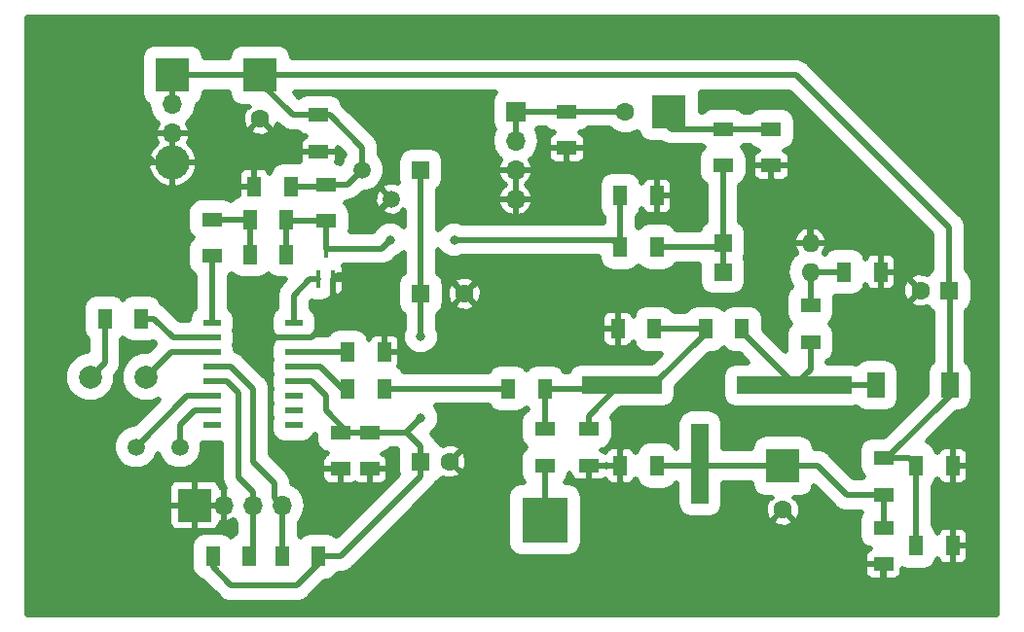
<source format=gbr>
G04 #@! TF.GenerationSoftware,KiCad,Pcbnew,no-vcs-found-c6d0075~61~ubuntu17.10.1*
G04 #@! TF.CreationDate,2018-02-05T23:49:34+03:00*
G04 #@! TF.ProjectId,tsa5512-pll,747361353531322D706C6C2E6B696361,rev?*
G04 #@! TF.SameCoordinates,Original*
G04 #@! TF.FileFunction,Copper,L1,Top,Signal*
G04 #@! TF.FilePolarity,Positive*
%FSLAX46Y46*%
G04 Gerber Fmt 4.6, Leading zero omitted, Abs format (unit mm)*
G04 Created by KiCad (PCBNEW no-vcs-found-c6d0075~61~ubuntu17.10.1) date Mon Feb  5 23:49:34 2018*
%MOMM*%
%LPD*%
G01*
G04 APERTURE LIST*
%ADD10C,1.500000*%
%ADD11R,1.500000X1.500000*%
%ADD12C,1.600000*%
%ADD13R,3.000000X3.000000*%
%ADD14R,1.600000X1.600000*%
%ADD15R,1.245000X1.800000*%
%ADD16R,1.800000X1.245000*%
%ADD17O,1.600000X1.600000*%
%ADD18R,1.500000X2.200000*%
%ADD19R,0.450000X1.500000*%
%ADD20R,7.000000X1.500000*%
%ADD21R,1.500000X7.000000*%
%ADD22R,10.000000X1.500000*%
%ADD23R,1.500000X0.600000*%
%ADD24C,2.000000*%
%ADD25O,3.000000X3.000000*%
%ADD26O,1.700000X1.700000*%
%ADD27R,1.700000X1.700000*%
%ADD28R,4.000000X4.000000*%
%ADD29C,0.800000*%
%ADD30C,0.500000*%
G04 APERTURE END LIST*
D10*
X93726000Y-208534000D03*
X91186000Y-205994000D03*
D11*
X96266000Y-205994000D03*
D10*
X71501000Y-230124000D03*
X75311000Y-230124000D03*
D12*
X114056000Y-200914000D03*
D13*
X117856000Y-200914000D03*
X82296000Y-197739000D03*
D12*
X82296000Y-201539000D03*
X139712282Y-216512930D03*
D14*
X142212282Y-216512930D03*
D15*
X81397000Y-213360000D03*
X84582000Y-213360000D03*
X139349782Y-231752930D03*
X142534782Y-231752930D03*
D16*
X78105000Y-213487000D03*
X78105000Y-210302000D03*
D15*
X142534782Y-238737930D03*
X139349782Y-238737930D03*
X93101000Y-225044000D03*
X89916000Y-225044000D03*
X93101000Y-221869000D03*
X89916000Y-221869000D03*
D12*
X100066000Y-216789000D03*
D14*
X96266000Y-216789000D03*
X96266000Y-231394000D03*
D12*
X98766000Y-231394000D03*
D15*
X68765500Y-218948000D03*
X71950500Y-218948000D03*
D16*
X91821000Y-228854000D03*
X91821000Y-232039000D03*
X89281000Y-228844000D03*
X89281000Y-232029000D03*
D13*
X127762000Y-231775000D03*
D12*
X127762000Y-235575000D03*
D15*
X113627282Y-231752930D03*
X116812282Y-231752930D03*
X124216000Y-219837000D03*
X121031000Y-219837000D03*
X113401000Y-219837000D03*
X116586000Y-219837000D03*
D16*
X130147282Y-217782930D03*
X130147282Y-220967930D03*
X126746000Y-205623000D03*
X126746000Y-202438000D03*
D15*
X116812282Y-208257930D03*
X113627282Y-208257930D03*
D14*
X122527282Y-214884000D03*
D17*
X130147282Y-214884000D03*
X130147282Y-212344000D03*
D14*
X122527282Y-212344000D03*
D18*
X142262282Y-224767930D03*
X135862282Y-224767930D03*
D19*
X87346000Y-215519000D03*
X88646000Y-215519000D03*
X87996000Y-212859000D03*
D20*
X113757282Y-224767930D03*
D21*
X120557282Y-231567930D03*
D22*
X128757282Y-224767930D03*
D16*
X88011000Y-210449000D03*
X88011000Y-207264000D03*
D15*
X84201000Y-239649000D03*
X87386000Y-239649000D03*
X78163500Y-239649000D03*
X81348500Y-239649000D03*
X84582000Y-210312000D03*
X81397000Y-210312000D03*
D16*
X136497282Y-234292930D03*
X136497282Y-231107930D03*
X136497282Y-237145430D03*
X136497282Y-240330430D03*
X110871000Y-228567930D03*
X110871000Y-231752930D03*
D15*
X107061000Y-225044000D03*
X103876000Y-225044000D03*
X136271000Y-214884000D03*
X133086000Y-214884000D03*
D16*
X122555000Y-202428000D03*
X122555000Y-205613000D03*
D15*
X116812282Y-212702930D03*
X113627282Y-212702930D03*
D16*
X108966000Y-200904000D03*
X108966000Y-204089000D03*
D23*
X78111000Y-219329000D03*
X78111000Y-220599000D03*
X78111000Y-221869000D03*
X78111000Y-223139000D03*
X78111000Y-224409000D03*
X78111000Y-225679000D03*
X78111000Y-226949000D03*
X78111000Y-228219000D03*
X85211000Y-228219000D03*
X85211000Y-226949000D03*
X85211000Y-225679000D03*
X85211000Y-224409000D03*
X85211000Y-223139000D03*
X85211000Y-221869000D03*
X85211000Y-220599000D03*
X85211000Y-219329000D03*
D24*
X72390000Y-224028000D03*
X67510000Y-224028000D03*
D25*
X74676000Y-205359000D03*
D26*
X74676000Y-202819000D03*
X74676000Y-200279000D03*
D13*
X74676000Y-197739000D03*
X76581000Y-235204000D03*
D26*
X79121000Y-235204000D03*
X81661000Y-235204000D03*
X84201000Y-235204000D03*
D27*
X104521000Y-200914000D03*
D26*
X104521000Y-203454000D03*
X104521000Y-205994000D03*
X104521000Y-208534000D03*
D16*
X107061000Y-228531500D03*
X107061000Y-231716500D03*
D28*
X107061000Y-236474000D03*
D16*
X87376000Y-204411500D03*
X87376000Y-201226500D03*
D15*
X84958501Y-207426646D03*
X81773501Y-207426646D03*
D29*
X138049000Y-203835000D03*
X134747000Y-207137000D03*
X124968000Y-208280000D03*
X120015000Y-208280000D03*
X95504000Y-195453000D03*
X95504000Y-200406000D03*
X91313000Y-215138000D03*
X91313000Y-210820000D03*
X104521000Y-213868000D03*
X104521000Y-210439000D03*
X99187000Y-212090000D03*
X93599000Y-212090000D03*
X96266000Y-220472000D03*
X96266000Y-227584000D03*
D30*
X128955854Y-197739000D02*
X142212282Y-210995428D01*
X82296000Y-197739000D02*
X128955854Y-197739000D01*
X142212282Y-215212930D02*
X142212282Y-216512930D01*
X142212282Y-210995428D02*
X142212282Y-215212930D01*
X88323500Y-201226500D02*
X91186000Y-204089000D01*
X87376000Y-201226500D02*
X88323500Y-201226500D01*
X91186000Y-204089000D02*
X91186000Y-204933340D01*
X91186000Y-204933340D02*
X91186000Y-205994000D01*
X82296000Y-198374000D02*
X85148500Y-201226500D01*
X82296000Y-197739000D02*
X82296000Y-198374000D01*
X85148500Y-201226500D02*
X85976000Y-201226500D01*
X85976000Y-201226500D02*
X87376000Y-201226500D01*
X84958501Y-207426646D02*
X87848354Y-207426646D01*
X87848354Y-207426646D02*
X88011000Y-207264000D01*
X88011000Y-207264000D02*
X89916000Y-207264000D01*
X89916000Y-207264000D02*
X91186000Y-205994000D01*
X82296000Y-197739000D02*
X83596000Y-197739000D01*
X139349782Y-231752930D02*
X139349782Y-238737930D01*
X136497282Y-231107930D02*
X138704782Y-231107930D01*
X138704782Y-231107930D02*
X139349782Y-231752930D01*
X74676000Y-197739000D02*
X74676000Y-200279000D01*
X82296000Y-197739000D02*
X74676000Y-197739000D01*
X142262282Y-224767930D02*
X142262282Y-216562930D01*
X142262282Y-216562930D02*
X142212282Y-216512930D01*
X142262282Y-224767930D02*
X142262282Y-225620430D01*
X136774782Y-231107930D02*
X136497282Y-231107930D01*
X142262282Y-225620430D02*
X136774782Y-231107930D01*
X136271000Y-214884000D02*
X138083352Y-214884000D01*
X138083352Y-214884000D02*
X139712282Y-216512930D01*
X124968000Y-208280000D02*
X130175000Y-208280000D01*
X130175000Y-208280000D02*
X133604000Y-208280000D01*
X130175000Y-208280000D02*
X130175000Y-212002920D01*
X130175000Y-212002920D02*
X130147282Y-212002920D01*
X139065000Y-202565000D02*
X139065000Y-202819000D01*
X139065000Y-202819000D02*
X138049000Y-203835000D01*
X133604000Y-208280000D02*
X134747000Y-207137000D01*
X119992930Y-208257930D02*
X120015000Y-208280000D01*
X116812282Y-208257930D02*
X119992930Y-208257930D01*
X70358000Y-198501000D02*
X70358000Y-202692000D01*
X70339001Y-195053001D02*
X70339001Y-198482001D01*
X70339001Y-198482001D02*
X70358000Y-198501000D01*
X95504000Y-195453000D02*
X95104001Y-195053001D01*
X70358000Y-202692000D02*
X73025000Y-205359000D01*
X95104001Y-195053001D02*
X70339001Y-195053001D01*
X73025000Y-205359000D02*
X74676000Y-205359000D01*
X101092000Y-205994000D02*
X95504000Y-200406000D01*
X104521000Y-205994000D02*
X101092000Y-205994000D01*
X91313000Y-215138000D02*
X89027000Y-215138000D01*
X89027000Y-215138000D02*
X88646000Y-215519000D01*
X93599000Y-208534000D02*
X91313000Y-210820000D01*
X93726000Y-208534000D02*
X93599000Y-208534000D01*
X104521000Y-213868000D02*
X102987000Y-213868000D01*
X102987000Y-213868000D02*
X100066000Y-216789000D01*
X104521000Y-208534000D02*
X104521000Y-210439000D01*
X85211000Y-220599000D02*
X82931000Y-220599000D01*
X86741000Y-220599000D02*
X88646000Y-218694000D01*
X88646000Y-218694000D02*
X88646000Y-216769000D01*
X85211000Y-220599000D02*
X86741000Y-220599000D01*
X88646000Y-216769000D02*
X88646000Y-215519000D01*
X81397000Y-210312000D02*
X81397000Y-213360000D01*
X78105000Y-210302000D02*
X81387000Y-210302000D01*
X81387000Y-210302000D02*
X81397000Y-210312000D01*
X99187000Y-212090000D02*
X113014352Y-212090000D01*
X113014352Y-212090000D02*
X113627282Y-212702930D01*
X92830000Y-212859000D02*
X93599000Y-212090000D01*
X87996000Y-212859000D02*
X92830000Y-212859000D01*
X87996000Y-212859000D02*
X87996000Y-211709000D01*
X87996000Y-211709000D02*
X87996000Y-210464000D01*
X113627282Y-212702930D02*
X113627282Y-210439000D01*
X113627282Y-210439000D02*
X113627282Y-208257930D01*
X87996000Y-210464000D02*
X88011000Y-210449000D01*
X88011000Y-210449000D02*
X84719000Y-210449000D01*
X84719000Y-210449000D02*
X84582000Y-210312000D01*
X84709000Y-210439000D02*
X84582000Y-210312000D01*
X84582000Y-213360000D02*
X84582000Y-210312000D01*
X78111000Y-219329000D02*
X78111000Y-213874000D01*
X78111000Y-213874000D02*
X77851000Y-213614000D01*
X78111000Y-213493000D02*
X78105000Y-213487000D01*
X103886000Y-225044000D02*
X93091000Y-225044000D01*
X89428500Y-225044000D02*
X87523500Y-223139000D01*
X86461000Y-223139000D02*
X85211000Y-223139000D01*
X89916000Y-225044000D02*
X89428500Y-225044000D01*
X87523500Y-223139000D02*
X86461000Y-223139000D01*
X85211000Y-221869000D02*
X89916000Y-221869000D01*
X96266000Y-220472000D02*
X96266000Y-216789000D01*
X96266000Y-205994000D02*
X96266000Y-216789000D01*
X89281000Y-239649000D02*
X96266000Y-232664000D01*
X96266000Y-232664000D02*
X96266000Y-231394000D01*
X87386000Y-239649000D02*
X89281000Y-239649000D01*
X94996000Y-228854000D02*
X95026000Y-228854000D01*
X95026000Y-228854000D02*
X96266000Y-230094000D01*
X96266000Y-230094000D02*
X96266000Y-231394000D01*
X94996000Y-228854000D02*
X96266000Y-227584000D01*
X87386000Y-240274000D02*
X85471000Y-242189000D01*
X87386000Y-239649000D02*
X87386000Y-240274000D01*
X85471000Y-242189000D02*
X79756000Y-242189000D01*
X79756000Y-242189000D02*
X78163500Y-240596500D01*
X78163500Y-240596500D02*
X78163500Y-239649000D01*
X89916000Y-228854000D02*
X88011000Y-226949000D01*
X86741000Y-224409000D02*
X85211000Y-224409000D01*
X91821000Y-228854000D02*
X89916000Y-228854000D01*
X88011000Y-226949000D02*
X88011000Y-225679000D01*
X88011000Y-225679000D02*
X86741000Y-224409000D01*
X91821000Y-228854000D02*
X94996000Y-228854000D01*
X68765500Y-218948000D02*
X68765500Y-222772500D01*
X68765500Y-222772500D02*
X67510000Y-224028000D01*
X71950500Y-218948000D02*
X73073000Y-218948000D01*
X73073000Y-218948000D02*
X74724000Y-220599000D01*
X74724000Y-220599000D02*
X76861000Y-220599000D01*
X76861000Y-220599000D02*
X78111000Y-220599000D01*
X126972282Y-231752930D02*
X120742282Y-231752930D01*
X120742282Y-231752930D02*
X120557282Y-231567930D01*
X130782282Y-231752930D02*
X133322282Y-234292930D01*
X126972282Y-231752930D02*
X130782282Y-231752930D01*
X133322282Y-234292930D02*
X136497282Y-234292930D01*
X136497282Y-234292930D02*
X136497282Y-237145430D01*
X116812282Y-231752930D02*
X120372282Y-231752930D01*
X120372282Y-231752930D02*
X120557282Y-231567930D01*
X120622282Y-231632930D02*
X120557282Y-231567930D01*
X124216000Y-219837000D02*
X124216000Y-220114500D01*
X124216000Y-220114500D02*
X128757282Y-224655782D01*
X128757282Y-224655782D02*
X128757282Y-224767930D01*
X130147282Y-220967930D02*
X130147282Y-223377930D01*
X130147282Y-223377930D02*
X128757282Y-224767930D01*
X135862282Y-224767930D02*
X128757282Y-224767930D01*
X121031000Y-219837000D02*
X121031000Y-220244212D01*
X121031000Y-220244212D02*
X116507282Y-224767930D01*
X116507282Y-224767930D02*
X113757282Y-224767930D01*
X121031000Y-219837000D02*
X116586000Y-219837000D01*
X107061000Y-228531500D02*
X107061000Y-225044000D01*
X110871000Y-228567930D02*
X110871000Y-227445430D01*
X110871000Y-227445430D02*
X113548500Y-224767930D01*
X113548500Y-224767930D02*
X113757282Y-224767930D01*
X107061000Y-225044000D02*
X113481212Y-225044000D01*
X113481212Y-225044000D02*
X113757282Y-224767930D01*
X113637282Y-224767930D02*
X113757282Y-224767930D01*
X130147282Y-214884000D02*
X130147282Y-217782930D01*
X133086000Y-214884000D02*
X130147282Y-214884000D01*
X122555000Y-202428000D02*
X118070000Y-202428000D01*
X117856000Y-202214000D02*
X117856000Y-200914000D01*
X118070000Y-202428000D02*
X117856000Y-202214000D01*
X126746000Y-202438000D02*
X122565000Y-202438000D01*
X122565000Y-202438000D02*
X122555000Y-202428000D01*
X104521000Y-200914000D02*
X108956000Y-200914000D01*
X104521000Y-202819000D02*
X104521000Y-200914000D01*
X108956000Y-200914000D02*
X108966000Y-200904000D01*
X108966000Y-200904000D02*
X114046000Y-200904000D01*
X114046000Y-200904000D02*
X114056000Y-200914000D01*
X122527282Y-212344000D02*
X122527282Y-205640718D01*
X122527282Y-205640718D02*
X122555000Y-205613000D01*
X122527282Y-214884000D02*
X122527282Y-212344000D01*
X116812282Y-212702930D02*
X122527282Y-212702930D01*
X79361000Y-224409000D02*
X80391000Y-225439000D01*
X78111000Y-224409000D02*
X79361000Y-224409000D01*
X80391000Y-225439000D02*
X80391000Y-232731919D01*
X80391000Y-232731919D02*
X81661000Y-234001919D01*
X81661000Y-234001919D02*
X81661000Y-235204000D01*
X81661000Y-235204000D02*
X81661000Y-239336500D01*
X81661000Y-239336500D02*
X81348500Y-239649000D01*
X79756000Y-223139000D02*
X81661000Y-225044000D01*
X78111000Y-223139000D02*
X79756000Y-223139000D01*
X81661000Y-225044000D02*
X81661000Y-231394000D01*
X81661000Y-231394000D02*
X83566000Y-233299000D01*
X83566000Y-234569000D02*
X84201000Y-235204000D01*
X83566000Y-233299000D02*
X83566000Y-234569000D01*
X84201000Y-235204000D02*
X84201000Y-239649000D01*
X85211000Y-219329000D02*
X85211000Y-216929000D01*
X86621000Y-215519000D02*
X87346000Y-215519000D01*
X85211000Y-216929000D02*
X86621000Y-215519000D01*
X76581000Y-226949000D02*
X75311000Y-228219000D01*
X78111000Y-226949000D02*
X76581000Y-226949000D01*
X75311000Y-228219000D02*
X75311000Y-230124000D01*
X75946000Y-225679000D02*
X71501000Y-230124000D01*
X78111000Y-225679000D02*
X75946000Y-225679000D01*
X72390000Y-224028000D02*
X74549000Y-221869000D01*
X74549000Y-221869000D02*
X78111000Y-221869000D01*
X107061000Y-231716500D02*
X107061000Y-236474000D01*
G36*
X146376001Y-244674000D02*
X62031000Y-244674000D01*
X62031000Y-235397500D01*
X74323000Y-235397500D01*
X74323000Y-236854776D01*
X74438399Y-237133373D01*
X74651628Y-237346602D01*
X74930225Y-237462000D01*
X76387500Y-237462000D01*
X76577000Y-237272500D01*
X76577000Y-235208000D01*
X76585000Y-235208000D01*
X76585000Y-237272500D01*
X76774500Y-237462000D01*
X78231775Y-237462000D01*
X78510372Y-237346602D01*
X78723601Y-237133373D01*
X78839000Y-236854776D01*
X78839000Y-236786300D01*
X78865503Y-236791572D01*
X79117000Y-236622494D01*
X79117000Y-235208000D01*
X76585000Y-235208000D01*
X76577000Y-235208000D01*
X74512500Y-235208000D01*
X74323000Y-235397500D01*
X62031000Y-235397500D01*
X62031000Y-233553224D01*
X74323000Y-233553224D01*
X74323000Y-235010500D01*
X74512500Y-235200000D01*
X76577000Y-235200000D01*
X76577000Y-233135500D01*
X76585000Y-233135500D01*
X76585000Y-235200000D01*
X79117000Y-235200000D01*
X79117000Y-233785506D01*
X78865503Y-233616428D01*
X78839000Y-233621700D01*
X78839000Y-233553224D01*
X78723601Y-233274627D01*
X78510372Y-233061398D01*
X78231775Y-232946000D01*
X76774500Y-232946000D01*
X76585000Y-233135500D01*
X76577000Y-233135500D01*
X76387500Y-232946000D01*
X74930225Y-232946000D01*
X74651628Y-233061398D01*
X74438399Y-233274627D01*
X74323000Y-233553224D01*
X62031000Y-233553224D01*
X62031000Y-223580447D01*
X65260000Y-223580447D01*
X65260000Y-224475553D01*
X65602542Y-225302523D01*
X66235477Y-225935458D01*
X67062447Y-226278000D01*
X67957553Y-226278000D01*
X68784523Y-225935458D01*
X69417458Y-225302523D01*
X69760000Y-224475553D01*
X69760000Y-223912030D01*
X69846939Y-223853939D01*
X69930621Y-223728700D01*
X69930623Y-223728698D01*
X70178468Y-223357771D01*
X70193546Y-223281968D01*
X70265500Y-222920233D01*
X70265500Y-222920230D01*
X70294885Y-222772501D01*
X70265500Y-222624772D01*
X70265500Y-220765034D01*
X70289199Y-220749199D01*
X70358000Y-220646231D01*
X70426801Y-220749199D01*
X70840275Y-221025473D01*
X71328000Y-221122488D01*
X72573000Y-221122488D01*
X73034391Y-221030711D01*
X73150180Y-221146500D01*
X72518679Y-221778000D01*
X71942447Y-221778000D01*
X71115477Y-222120542D01*
X70482542Y-222753477D01*
X70140000Y-223580447D01*
X70140000Y-224475553D01*
X70482542Y-225302523D01*
X71115477Y-225935458D01*
X71942447Y-226278000D01*
X72837553Y-226278000D01*
X73500127Y-226003553D01*
X71379680Y-228124000D01*
X71103175Y-228124000D01*
X70368091Y-228428482D01*
X69805482Y-228991091D01*
X69501000Y-229726175D01*
X69501000Y-230521825D01*
X69805482Y-231256909D01*
X70368091Y-231819518D01*
X71103175Y-232124000D01*
X71898825Y-232124000D01*
X72633909Y-231819518D01*
X73196518Y-231256909D01*
X73406000Y-230751175D01*
X73615482Y-231256909D01*
X74178091Y-231819518D01*
X74913175Y-232124000D01*
X75708825Y-232124000D01*
X76443909Y-231819518D01*
X77006518Y-231256909D01*
X77311000Y-230521825D01*
X77311000Y-229783542D01*
X77361000Y-229793488D01*
X78861000Y-229793488D01*
X78891001Y-229787520D01*
X78891001Y-232584185D01*
X78861615Y-232731919D01*
X78978032Y-233317189D01*
X79225877Y-233688116D01*
X79225880Y-233688119D01*
X79239512Y-233708521D01*
X79125000Y-233785506D01*
X79125000Y-235200000D01*
X79145000Y-235200000D01*
X79145000Y-235208000D01*
X79125000Y-235208000D01*
X79125000Y-236622494D01*
X79376497Y-236791572D01*
X79492489Y-236768500D01*
X80019455Y-236527153D01*
X80146985Y-236718015D01*
X80161000Y-236727380D01*
X80161001Y-237623160D01*
X79824801Y-237847801D01*
X79756000Y-237950769D01*
X79687199Y-237847801D01*
X79273725Y-237571527D01*
X78786000Y-237474512D01*
X77541000Y-237474512D01*
X77053275Y-237571527D01*
X76639801Y-237847801D01*
X76363527Y-238261275D01*
X76266512Y-238749000D01*
X76266512Y-240549000D01*
X76363527Y-241036725D01*
X76639801Y-241450199D01*
X77053275Y-241726473D01*
X77197688Y-241755199D01*
X77207303Y-241761623D01*
X78590879Y-243145199D01*
X78674561Y-243270439D01*
X78799800Y-243354121D01*
X78799802Y-243354123D01*
X79170729Y-243601968D01*
X79608267Y-243689000D01*
X79608270Y-243689000D01*
X79755999Y-243718385D01*
X79903728Y-243689000D01*
X85323271Y-243689000D01*
X85471000Y-243718385D01*
X85618729Y-243689000D01*
X85618733Y-243689000D01*
X86056271Y-243601968D01*
X86552439Y-243270439D01*
X86636123Y-243145197D01*
X87957833Y-241823488D01*
X88008500Y-241823488D01*
X88496225Y-241726473D01*
X88909699Y-241450199D01*
X89110953Y-241149000D01*
X89133271Y-241149000D01*
X89281000Y-241178385D01*
X89428729Y-241149000D01*
X89428733Y-241149000D01*
X89866271Y-241061968D01*
X90362439Y-240730439D01*
X90446123Y-240605197D01*
X90527390Y-240523930D01*
X134839282Y-240523930D01*
X134839282Y-241103706D01*
X134954681Y-241382303D01*
X135167910Y-241595532D01*
X135446507Y-241710930D01*
X136303782Y-241710930D01*
X136493282Y-241521430D01*
X136493282Y-240334430D01*
X135028782Y-240334430D01*
X134839282Y-240523930D01*
X90527390Y-240523930D01*
X97222197Y-233829123D01*
X97347439Y-233745439D01*
X97632473Y-233318855D01*
X97967199Y-233095199D01*
X98148012Y-232824593D01*
X98399058Y-232939561D01*
X99018450Y-232962335D01*
X99599409Y-232746344D01*
X99696471Y-232681489D01*
X99752426Y-232386083D01*
X98766000Y-231399657D01*
X98751858Y-231413799D01*
X98746201Y-231408142D01*
X98760343Y-231394000D01*
X98771657Y-231394000D01*
X99758083Y-232380426D01*
X100053489Y-232324471D01*
X100311561Y-231760942D01*
X100334335Y-231141550D01*
X100118344Y-230560591D01*
X100053489Y-230463529D01*
X99758083Y-230407574D01*
X98771657Y-231394000D01*
X98760343Y-231394000D01*
X98746201Y-231379858D01*
X98751858Y-231374201D01*
X98766000Y-231388343D01*
X99752426Y-230401917D01*
X99696471Y-230106511D01*
X99132942Y-229848439D01*
X98513550Y-229825665D01*
X98147027Y-229961932D01*
X97967199Y-229692801D01*
X97668687Y-229493342D01*
X97657433Y-229476500D01*
X97431123Y-229137802D01*
X97431121Y-229137800D01*
X97347439Y-229012561D01*
X97241606Y-228941846D01*
X97664802Y-228518650D01*
X97916000Y-227912205D01*
X97916000Y-227255795D01*
X97664802Y-226649350D01*
X97559452Y-226544000D01*
X102151047Y-226544000D01*
X102352301Y-226845199D01*
X102765775Y-227121473D01*
X103253500Y-227218488D01*
X104498500Y-227218488D01*
X104986225Y-227121473D01*
X105399699Y-226845199D01*
X105468500Y-226742231D01*
X105526761Y-226829424D01*
X105259801Y-227007801D01*
X104983527Y-227421275D01*
X104886512Y-227909000D01*
X104886512Y-229154000D01*
X104983527Y-229641725D01*
X105259801Y-230055199D01*
X105362769Y-230124000D01*
X105259801Y-230192801D01*
X104983527Y-230606275D01*
X104886512Y-231094000D01*
X104886512Y-232339000D01*
X104983527Y-232826725D01*
X105232615Y-233199512D01*
X105061000Y-233199512D01*
X104573275Y-233296527D01*
X104159801Y-233572801D01*
X103883527Y-233986275D01*
X103786512Y-234474000D01*
X103786512Y-238474000D01*
X103883527Y-238961725D01*
X104159801Y-239375199D01*
X104573275Y-239651473D01*
X105061000Y-239748488D01*
X109061000Y-239748488D01*
X109548725Y-239651473D01*
X109962199Y-239375199D01*
X110238473Y-238961725D01*
X110335488Y-238474000D01*
X110335488Y-236567083D01*
X126775574Y-236567083D01*
X126831529Y-236862489D01*
X127395058Y-237120561D01*
X128014450Y-237143335D01*
X128595409Y-236927344D01*
X128692471Y-236862489D01*
X128748426Y-236567083D01*
X127762000Y-235580657D01*
X126775574Y-236567083D01*
X110335488Y-236567083D01*
X110335488Y-234474000D01*
X110238473Y-233986275D01*
X109962199Y-233572801D01*
X109548725Y-233296527D01*
X109061000Y-233199512D01*
X108889385Y-233199512D01*
X109138473Y-232826725D01*
X109213000Y-232452054D01*
X109213000Y-232526206D01*
X109328399Y-232804803D01*
X109541628Y-233018032D01*
X109820225Y-233133430D01*
X110677500Y-233133430D01*
X110867000Y-232943930D01*
X110867000Y-231756930D01*
X110875000Y-231756930D01*
X110875000Y-232943930D01*
X111064500Y-233133430D01*
X111921775Y-233133430D01*
X112200372Y-233018032D01*
X112295964Y-232922440D01*
X112362180Y-233082302D01*
X112575409Y-233295531D01*
X112854006Y-233410930D01*
X113433782Y-233410930D01*
X113623282Y-233221430D01*
X113623282Y-231756930D01*
X112436282Y-231756930D01*
X112387891Y-231805321D01*
X112339500Y-231756930D01*
X110875000Y-231756930D01*
X110867000Y-231756930D01*
X110847000Y-231756930D01*
X110847000Y-231748930D01*
X110867000Y-231748930D01*
X110867000Y-231728930D01*
X110875000Y-231728930D01*
X110875000Y-231748930D01*
X112339500Y-231748930D01*
X112387891Y-231700539D01*
X112436282Y-231748930D01*
X113623282Y-231748930D01*
X113623282Y-230284430D01*
X113433782Y-230094930D01*
X112854006Y-230094930D01*
X112575409Y-230210329D01*
X112362180Y-230423558D01*
X112295964Y-230583420D01*
X112200372Y-230487828D01*
X112023707Y-230414651D01*
X112258725Y-230367903D01*
X112672199Y-230091629D01*
X112948473Y-229678155D01*
X113045488Y-229190430D01*
X113045488Y-227945430D01*
X112953711Y-227484039D01*
X113645333Y-226792418D01*
X117257282Y-226792418D01*
X117745007Y-226695403D01*
X118158481Y-226419129D01*
X118434755Y-226005655D01*
X118531770Y-225517930D01*
X118531770Y-224864762D01*
X121385044Y-222011488D01*
X121653500Y-222011488D01*
X122141225Y-221914473D01*
X122554699Y-221638199D01*
X122623500Y-221535231D01*
X122692301Y-221638199D01*
X123105775Y-221914473D01*
X123593500Y-222011488D01*
X123991668Y-222011488D01*
X124723622Y-222743442D01*
X123757282Y-222743442D01*
X123269557Y-222840457D01*
X122856083Y-223116731D01*
X122579809Y-223530205D01*
X122482794Y-224017930D01*
X122482794Y-225517930D01*
X122579809Y-226005655D01*
X122856083Y-226419129D01*
X123269557Y-226695403D01*
X123757282Y-226792418D01*
X133757282Y-226792418D01*
X134171580Y-226710009D01*
X134211083Y-226769129D01*
X134624557Y-227045403D01*
X135112282Y-227142418D01*
X136612282Y-227142418D01*
X137100007Y-227045403D01*
X137513481Y-226769129D01*
X137789755Y-226355655D01*
X137886770Y-225867930D01*
X137886770Y-223667930D01*
X137789755Y-223180205D01*
X137513481Y-222766731D01*
X137100007Y-222490457D01*
X136612282Y-222393442D01*
X135112282Y-222393442D01*
X134624557Y-222490457D01*
X134211083Y-222766731D01*
X134171580Y-222825851D01*
X133757282Y-222743442D01*
X131647282Y-222743442D01*
X131647282Y-222692883D01*
X131948481Y-222491629D01*
X132224755Y-222078155D01*
X132321770Y-221590430D01*
X132321770Y-220345430D01*
X132224755Y-219857705D01*
X131948481Y-219444231D01*
X131845513Y-219375430D01*
X131948481Y-219306629D01*
X132224755Y-218893155D01*
X132321770Y-218405430D01*
X132321770Y-217160430D01*
X132294818Y-217024935D01*
X132463500Y-217058488D01*
X133708500Y-217058488D01*
X134196225Y-216961473D01*
X134489699Y-216765380D01*
X138143947Y-216765380D01*
X138359938Y-217346339D01*
X138424793Y-217443401D01*
X138720199Y-217499356D01*
X139706625Y-216512930D01*
X138720199Y-215526504D01*
X138424793Y-215582459D01*
X138166721Y-216145988D01*
X138143947Y-216765380D01*
X134489699Y-216765380D01*
X134609699Y-216685199D01*
X134885973Y-216271725D01*
X134932721Y-216036707D01*
X135005898Y-216213372D01*
X135219127Y-216426601D01*
X135497724Y-216542000D01*
X136077500Y-216542000D01*
X136267000Y-216352500D01*
X136267000Y-214888000D01*
X136275000Y-214888000D01*
X136275000Y-216352500D01*
X136464500Y-216542000D01*
X137044276Y-216542000D01*
X137322873Y-216426601D01*
X137536102Y-216213372D01*
X137651500Y-215934775D01*
X137651500Y-215077500D01*
X137462000Y-214888000D01*
X136275000Y-214888000D01*
X136267000Y-214888000D01*
X136247000Y-214888000D01*
X136247000Y-214880000D01*
X136267000Y-214880000D01*
X136267000Y-213415500D01*
X136275000Y-213415500D01*
X136275000Y-214880000D01*
X137462000Y-214880000D01*
X137651500Y-214690500D01*
X137651500Y-213833225D01*
X137536102Y-213554628D01*
X137322873Y-213341399D01*
X137044276Y-213226000D01*
X136464500Y-213226000D01*
X136275000Y-213415500D01*
X136267000Y-213415500D01*
X136077500Y-213226000D01*
X135497724Y-213226000D01*
X135219127Y-213341399D01*
X135005898Y-213554628D01*
X134932721Y-213731293D01*
X134885973Y-213496275D01*
X134609699Y-213082801D01*
X134196225Y-212806527D01*
X133708500Y-212709512D01*
X132463500Y-212709512D01*
X131975775Y-212806527D01*
X131562301Y-213082801D01*
X131432417Y-213277187D01*
X131406491Y-213259863D01*
X131410078Y-213256530D01*
X131663163Y-212703817D01*
X131685470Y-212591675D01*
X131515776Y-212348000D01*
X130151282Y-212348000D01*
X130151282Y-212368000D01*
X130143282Y-212368000D01*
X130143282Y-212348000D01*
X128778788Y-212348000D01*
X128609094Y-212591675D01*
X128631401Y-212703817D01*
X128884486Y-213256530D01*
X128888073Y-213259863D01*
X128669315Y-213406033D01*
X128216225Y-214084130D01*
X128057121Y-214884000D01*
X128216225Y-215683870D01*
X128522089Y-216141628D01*
X128346083Y-216259231D01*
X128069809Y-216672705D01*
X127972794Y-217160430D01*
X127972794Y-218405430D01*
X128069809Y-218893155D01*
X128346083Y-219306629D01*
X128449051Y-219375430D01*
X128346083Y-219444231D01*
X128069809Y-219857705D01*
X127972794Y-220345430D01*
X127972794Y-221590430D01*
X128012409Y-221789589D01*
X126112988Y-219890168D01*
X126112988Y-218937000D01*
X126015973Y-218449275D01*
X125739699Y-218035801D01*
X125326225Y-217759527D01*
X124838500Y-217662512D01*
X123593500Y-217662512D01*
X123105775Y-217759527D01*
X122692301Y-218035801D01*
X122623500Y-218138769D01*
X122554699Y-218035801D01*
X122141225Y-217759527D01*
X121653500Y-217662512D01*
X120408500Y-217662512D01*
X119920775Y-217759527D01*
X119507301Y-218035801D01*
X119306047Y-218337000D01*
X118310953Y-218337000D01*
X118109699Y-218035801D01*
X117696225Y-217759527D01*
X117208500Y-217662512D01*
X115963500Y-217662512D01*
X115475775Y-217759527D01*
X115062301Y-218035801D01*
X114786027Y-218449275D01*
X114739279Y-218684293D01*
X114666102Y-218507628D01*
X114452873Y-218294399D01*
X114174276Y-218179000D01*
X113594500Y-218179000D01*
X113405000Y-218368500D01*
X113405000Y-219833000D01*
X113425000Y-219833000D01*
X113425000Y-219841000D01*
X113405000Y-219841000D01*
X113405000Y-221305500D01*
X113594500Y-221495000D01*
X114174276Y-221495000D01*
X114452873Y-221379601D01*
X114666102Y-221166372D01*
X114739279Y-220989707D01*
X114786027Y-221224725D01*
X115062301Y-221638199D01*
X115475775Y-221914473D01*
X115963500Y-222011488D01*
X117142404Y-222011488D01*
X116410450Y-222743442D01*
X110257282Y-222743442D01*
X109769557Y-222840457D01*
X109356083Y-223116731D01*
X109079809Y-223530205D01*
X109077065Y-223544000D01*
X108785953Y-223544000D01*
X108584699Y-223242801D01*
X108171225Y-222966527D01*
X107683500Y-222869512D01*
X106438500Y-222869512D01*
X105950775Y-222966527D01*
X105537301Y-223242801D01*
X105468500Y-223345769D01*
X105399699Y-223242801D01*
X104986225Y-222966527D01*
X104498500Y-222869512D01*
X103253500Y-222869512D01*
X102765775Y-222966527D01*
X102352301Y-223242801D01*
X102151047Y-223544000D01*
X94825953Y-223544000D01*
X94624699Y-223242801D01*
X94407745Y-223097837D01*
X94481500Y-222919775D01*
X94481500Y-222062500D01*
X94292000Y-221873000D01*
X93105000Y-221873000D01*
X93105000Y-221893000D01*
X93097000Y-221893000D01*
X93097000Y-221873000D01*
X93077000Y-221873000D01*
X93077000Y-221865000D01*
X93097000Y-221865000D01*
X93097000Y-220400500D01*
X93105000Y-220400500D01*
X93105000Y-221865000D01*
X94292000Y-221865000D01*
X94481500Y-221675500D01*
X94481500Y-220818225D01*
X94366102Y-220539628D01*
X94152873Y-220326399D01*
X93874276Y-220211000D01*
X93294500Y-220211000D01*
X93105000Y-220400500D01*
X93097000Y-220400500D01*
X92907500Y-220211000D01*
X92327724Y-220211000D01*
X92049127Y-220326399D01*
X91835898Y-220539628D01*
X91762721Y-220716293D01*
X91715973Y-220481275D01*
X91439699Y-220067801D01*
X91026225Y-219791527D01*
X90538500Y-219694512D01*
X89293500Y-219694512D01*
X88805775Y-219791527D01*
X88392301Y-220067801D01*
X88191047Y-220369000D01*
X86969909Y-220369000D01*
X87138473Y-220116725D01*
X87235488Y-219629000D01*
X87235488Y-219029000D01*
X87138473Y-218541275D01*
X86862199Y-218127801D01*
X86711000Y-218026773D01*
X86711000Y-217550320D01*
X86784722Y-217476598D01*
X87121000Y-217543488D01*
X87571000Y-217543488D01*
X88058725Y-217446473D01*
X88472199Y-217170199D01*
X88676676Y-216864176D01*
X88839500Y-217027000D01*
X89021776Y-217027000D01*
X89300373Y-216911601D01*
X89513602Y-216698372D01*
X89629000Y-216419775D01*
X89629000Y-215712500D01*
X89439500Y-215523000D01*
X88874590Y-215523000D01*
X88875386Y-215519000D01*
X88874590Y-215515000D01*
X89439500Y-215515000D01*
X89629000Y-215325500D01*
X89629000Y-214618225D01*
X89521626Y-214359000D01*
X92682271Y-214359000D01*
X92830000Y-214388385D01*
X92977729Y-214359000D01*
X92977733Y-214359000D01*
X93415271Y-214271968D01*
X93911439Y-213940439D01*
X93995123Y-213815197D01*
X94171518Y-213638802D01*
X94533650Y-213488802D01*
X94766001Y-213256451D01*
X94766001Y-214953364D01*
X94564801Y-215087801D01*
X94288527Y-215501275D01*
X94191512Y-215989000D01*
X94191512Y-217589000D01*
X94288527Y-218076725D01*
X94564801Y-218490199D01*
X94766001Y-218624636D01*
X94766000Y-219781663D01*
X94616000Y-220143795D01*
X94616000Y-220800205D01*
X94867198Y-221406650D01*
X95331350Y-221870802D01*
X95937795Y-222122000D01*
X96594205Y-222122000D01*
X97200650Y-221870802D01*
X97664802Y-221406650D01*
X97916000Y-220800205D01*
X97916000Y-220143795D01*
X97869072Y-220030500D01*
X112020500Y-220030500D01*
X112020500Y-220887775D01*
X112135898Y-221166372D01*
X112349127Y-221379601D01*
X112627724Y-221495000D01*
X113207500Y-221495000D01*
X113397000Y-221305500D01*
X113397000Y-219841000D01*
X112210000Y-219841000D01*
X112020500Y-220030500D01*
X97869072Y-220030500D01*
X97766000Y-219781663D01*
X97766000Y-218786225D01*
X112020500Y-218786225D01*
X112020500Y-219643500D01*
X112210000Y-219833000D01*
X113397000Y-219833000D01*
X113397000Y-218368500D01*
X113207500Y-218179000D01*
X112627724Y-218179000D01*
X112349127Y-218294399D01*
X112135898Y-218507628D01*
X112020500Y-218786225D01*
X97766000Y-218786225D01*
X97766000Y-218624636D01*
X97967199Y-218490199D01*
X98243473Y-218076725D01*
X98302280Y-217781083D01*
X99079574Y-217781083D01*
X99135529Y-218076489D01*
X99699058Y-218334561D01*
X100318450Y-218357335D01*
X100899409Y-218141344D01*
X100996471Y-218076489D01*
X101052426Y-217781083D01*
X100066000Y-216794657D01*
X99079574Y-217781083D01*
X98302280Y-217781083D01*
X98340488Y-217589000D01*
X98340488Y-217041450D01*
X98497665Y-217041450D01*
X98713656Y-217622409D01*
X98778511Y-217719471D01*
X99073917Y-217775426D01*
X100060343Y-216789000D01*
X100071657Y-216789000D01*
X101058083Y-217775426D01*
X101353489Y-217719471D01*
X101611561Y-217155942D01*
X101634335Y-216536550D01*
X101418344Y-215955591D01*
X101353489Y-215858529D01*
X101058083Y-215802574D01*
X100071657Y-216789000D01*
X100060343Y-216789000D01*
X99073917Y-215802574D01*
X98778511Y-215858529D01*
X98520439Y-216422058D01*
X98497665Y-217041450D01*
X98340488Y-217041450D01*
X98340488Y-215989000D01*
X98302281Y-215796917D01*
X99079574Y-215796917D01*
X100066000Y-216783343D01*
X101052426Y-215796917D01*
X100996471Y-215501511D01*
X100432942Y-215243439D01*
X99813550Y-215220665D01*
X99232591Y-215436656D01*
X99135529Y-215501511D01*
X99079574Y-215796917D01*
X98302281Y-215796917D01*
X98243473Y-215501275D01*
X97967199Y-215087801D01*
X97766000Y-214953364D01*
X97766000Y-212971059D01*
X97788198Y-213024650D01*
X98252350Y-213488802D01*
X98858795Y-213740000D01*
X99515205Y-213740000D01*
X99877337Y-213590000D01*
X111730294Y-213590000D01*
X111730294Y-213602930D01*
X111827309Y-214090655D01*
X112103583Y-214504129D01*
X112517057Y-214780403D01*
X113004782Y-214877418D01*
X114249782Y-214877418D01*
X114737507Y-214780403D01*
X115150981Y-214504129D01*
X115219782Y-214401161D01*
X115288583Y-214504129D01*
X115702057Y-214780403D01*
X116189782Y-214877418D01*
X117434782Y-214877418D01*
X117922507Y-214780403D01*
X118335981Y-214504129D01*
X118537235Y-214202930D01*
X120452794Y-214202930D01*
X120452794Y-215684000D01*
X120549809Y-216171725D01*
X120826083Y-216585199D01*
X121239557Y-216861473D01*
X121727282Y-216958488D01*
X123327282Y-216958488D01*
X123815007Y-216861473D01*
X124228481Y-216585199D01*
X124504755Y-216171725D01*
X124601770Y-215684000D01*
X124601770Y-214084000D01*
X124508281Y-213614000D01*
X124601770Y-213144000D01*
X124601770Y-212096325D01*
X128609094Y-212096325D01*
X128778788Y-212340000D01*
X130143282Y-212340000D01*
X130143282Y-210975505D01*
X130151282Y-210975505D01*
X130151282Y-212340000D01*
X131515776Y-212340000D01*
X131685470Y-212096325D01*
X131663163Y-211984183D01*
X131410078Y-211431470D01*
X130964743Y-211017681D01*
X130394957Y-210805812D01*
X130151282Y-210975505D01*
X130143282Y-210975505D01*
X129899607Y-210805812D01*
X129329821Y-211017681D01*
X128884486Y-211431470D01*
X128631401Y-211984183D01*
X128609094Y-212096325D01*
X124601770Y-212096325D01*
X124601770Y-211544000D01*
X124504755Y-211056275D01*
X124228481Y-210642801D01*
X124027282Y-210508364D01*
X124027282Y-207356474D01*
X124356199Y-207136699D01*
X124632473Y-206723225D01*
X124729488Y-206235500D01*
X124729488Y-205816500D01*
X125088000Y-205816500D01*
X125088000Y-206396276D01*
X125203399Y-206674873D01*
X125416628Y-206888102D01*
X125695225Y-207003500D01*
X126552500Y-207003500D01*
X126742000Y-206814000D01*
X126742000Y-205627000D01*
X126750000Y-205627000D01*
X126750000Y-206814000D01*
X126939500Y-207003500D01*
X127796775Y-207003500D01*
X128075372Y-206888102D01*
X128288601Y-206674873D01*
X128404000Y-206396276D01*
X128404000Y-205816500D01*
X128214500Y-205627000D01*
X126750000Y-205627000D01*
X126742000Y-205627000D01*
X125277500Y-205627000D01*
X125088000Y-205816500D01*
X124729488Y-205816500D01*
X124729488Y-204990500D01*
X124632473Y-204502775D01*
X124356199Y-204089301D01*
X124253231Y-204020500D01*
X124356199Y-203951699D01*
X124365352Y-203938000D01*
X124928966Y-203938000D01*
X124944801Y-203961699D01*
X125358275Y-204237973D01*
X125593293Y-204284721D01*
X125416628Y-204357898D01*
X125203399Y-204571127D01*
X125088000Y-204849724D01*
X125088000Y-205429500D01*
X125277500Y-205619000D01*
X126742000Y-205619000D01*
X126742000Y-205599000D01*
X126750000Y-205599000D01*
X126750000Y-205619000D01*
X128214500Y-205619000D01*
X128404000Y-205429500D01*
X128404000Y-204849724D01*
X128288601Y-204571127D01*
X128075372Y-204357898D01*
X127898707Y-204284721D01*
X128133725Y-204237973D01*
X128547199Y-203961699D01*
X128823473Y-203548225D01*
X128920488Y-203060500D01*
X128920488Y-201815500D01*
X128823473Y-201327775D01*
X128547199Y-200914301D01*
X128133725Y-200638027D01*
X127646000Y-200541012D01*
X125846000Y-200541012D01*
X125358275Y-200638027D01*
X124944801Y-200914301D01*
X124928966Y-200938000D01*
X124378716Y-200938000D01*
X124356199Y-200904301D01*
X123942725Y-200628027D01*
X123455000Y-200531012D01*
X121655000Y-200531012D01*
X121167275Y-200628027D01*
X120753801Y-200904301D01*
X120737966Y-200928000D01*
X120630488Y-200928000D01*
X120630488Y-199414000D01*
X120595678Y-199239000D01*
X128334534Y-199239000D01*
X140712282Y-211616748D01*
X140712283Y-214677294D01*
X140511083Y-214811731D01*
X140330270Y-215082337D01*
X140079224Y-214967369D01*
X139459832Y-214944595D01*
X138878873Y-215160586D01*
X138781811Y-215225441D01*
X138725856Y-215520847D01*
X139712282Y-216507273D01*
X139726424Y-216493131D01*
X139732081Y-216498788D01*
X139717939Y-216512930D01*
X139732081Y-216527072D01*
X139726424Y-216532729D01*
X139712282Y-216518587D01*
X138725856Y-217505013D01*
X138781811Y-217800419D01*
X139345340Y-218058491D01*
X139964732Y-218081265D01*
X140331255Y-217944998D01*
X140511083Y-218214129D01*
X140762283Y-218381975D01*
X140762282Y-222665703D01*
X140611083Y-222766731D01*
X140334809Y-223180205D01*
X140237794Y-223667930D01*
X140237794Y-225523597D01*
X136550450Y-229210942D01*
X135597282Y-229210942D01*
X135109557Y-229307957D01*
X134696083Y-229584231D01*
X134419809Y-229997705D01*
X134322794Y-230485430D01*
X134322794Y-231730430D01*
X134419809Y-232218155D01*
X134696083Y-232631629D01*
X134799051Y-232700430D01*
X134696083Y-232769231D01*
X134680248Y-232792930D01*
X133943602Y-232792930D01*
X131947405Y-230796733D01*
X131863721Y-230671491D01*
X131367553Y-230339962D01*
X130930015Y-230252930D01*
X130930011Y-230252930D01*
X130782282Y-230223545D01*
X130634553Y-230252930D01*
X130532098Y-230252930D01*
X130439473Y-229787275D01*
X130163199Y-229373801D01*
X129749725Y-229097527D01*
X129262000Y-229000512D01*
X126262000Y-229000512D01*
X125774275Y-229097527D01*
X125360801Y-229373801D01*
X125084527Y-229787275D01*
X124991902Y-230252930D01*
X122581770Y-230252930D01*
X122581770Y-228067930D01*
X122484755Y-227580205D01*
X122208481Y-227166731D01*
X121795007Y-226890457D01*
X121307282Y-226793442D01*
X119807282Y-226793442D01*
X119319557Y-226890457D01*
X118906083Y-227166731D01*
X118629809Y-227580205D01*
X118532794Y-228067930D01*
X118532794Y-230246283D01*
X118335981Y-229951731D01*
X117922507Y-229675457D01*
X117434782Y-229578442D01*
X116189782Y-229578442D01*
X115702057Y-229675457D01*
X115288583Y-229951731D01*
X115012309Y-230365205D01*
X114965561Y-230600223D01*
X114892384Y-230423558D01*
X114679155Y-230210329D01*
X114400558Y-230094930D01*
X113820782Y-230094930D01*
X113631282Y-230284430D01*
X113631282Y-231748930D01*
X113651282Y-231748930D01*
X113651282Y-231756930D01*
X113631282Y-231756930D01*
X113631282Y-233221430D01*
X113820782Y-233410930D01*
X114400558Y-233410930D01*
X114679155Y-233295531D01*
X114892384Y-233082302D01*
X114965561Y-232905637D01*
X115012309Y-233140655D01*
X115288583Y-233554129D01*
X115702057Y-233830403D01*
X116189782Y-233927418D01*
X117434782Y-233927418D01*
X117922507Y-233830403D01*
X118335981Y-233554129D01*
X118532794Y-233259577D01*
X118532794Y-235067930D01*
X118629809Y-235555655D01*
X118906083Y-235969129D01*
X119319557Y-236245403D01*
X119807282Y-236342418D01*
X121307282Y-236342418D01*
X121795007Y-236245403D01*
X122208481Y-235969129D01*
X122484755Y-235555655D01*
X122581770Y-235067930D01*
X122581770Y-233252930D01*
X124987512Y-233252930D01*
X124987512Y-233275000D01*
X125084527Y-233762725D01*
X125360801Y-234176199D01*
X125774275Y-234452473D01*
X126262000Y-234549488D01*
X126730828Y-234549488D01*
X126769915Y-234588574D01*
X126474511Y-234644529D01*
X126216439Y-235208058D01*
X126193665Y-235827450D01*
X126409656Y-236408409D01*
X126474511Y-236505471D01*
X126769917Y-236561426D01*
X127756343Y-235575000D01*
X127742201Y-235560858D01*
X127747858Y-235555201D01*
X127762000Y-235569343D01*
X127776142Y-235555201D01*
X127781799Y-235560858D01*
X127767657Y-235575000D01*
X128754083Y-236561426D01*
X129049489Y-236505471D01*
X129307561Y-235941942D01*
X129330335Y-235322550D01*
X129114344Y-234741591D01*
X129049489Y-234644529D01*
X128754085Y-234588574D01*
X128793172Y-234549488D01*
X129262000Y-234549488D01*
X129749725Y-234452473D01*
X130163199Y-234176199D01*
X130439473Y-233762725D01*
X130477846Y-233569814D01*
X132157159Y-235249127D01*
X132240843Y-235374369D01*
X132737011Y-235705898D01*
X133174549Y-235792930D01*
X133174552Y-235792930D01*
X133322281Y-235822315D01*
X133470010Y-235792930D01*
X134581692Y-235792930D01*
X134419809Y-236035205D01*
X134322794Y-236522930D01*
X134322794Y-237767930D01*
X134419809Y-238255655D01*
X134696083Y-238669129D01*
X135109557Y-238945403D01*
X135344575Y-238992151D01*
X135167910Y-239065328D01*
X134954681Y-239278557D01*
X134839282Y-239557154D01*
X134839282Y-240136930D01*
X135028782Y-240326430D01*
X136493282Y-240326430D01*
X136493282Y-240306430D01*
X136501282Y-240306430D01*
X136501282Y-240326430D01*
X136521282Y-240326430D01*
X136521282Y-240334430D01*
X136501282Y-240334430D01*
X136501282Y-241521430D01*
X136690782Y-241710930D01*
X137548057Y-241710930D01*
X137826654Y-241595532D01*
X138039883Y-241382303D01*
X138155282Y-241103706D01*
X138155282Y-240759092D01*
X138239557Y-240815403D01*
X138727282Y-240912418D01*
X139972282Y-240912418D01*
X140460007Y-240815403D01*
X140873481Y-240539129D01*
X141149755Y-240125655D01*
X141196503Y-239890637D01*
X141269680Y-240067302D01*
X141482909Y-240280531D01*
X141761506Y-240395930D01*
X142341282Y-240395930D01*
X142530782Y-240206430D01*
X142530782Y-238741930D01*
X142538782Y-238741930D01*
X142538782Y-240206430D01*
X142728282Y-240395930D01*
X143308058Y-240395930D01*
X143586655Y-240280531D01*
X143799884Y-240067302D01*
X143915282Y-239788705D01*
X143915282Y-238931430D01*
X143725782Y-238741930D01*
X142538782Y-238741930D01*
X142530782Y-238741930D01*
X142510782Y-238741930D01*
X142510782Y-238733930D01*
X142530782Y-238733930D01*
X142530782Y-237269430D01*
X142538782Y-237269430D01*
X142538782Y-238733930D01*
X143725782Y-238733930D01*
X143915282Y-238544430D01*
X143915282Y-237687155D01*
X143799884Y-237408558D01*
X143586655Y-237195329D01*
X143308058Y-237079930D01*
X142728282Y-237079930D01*
X142538782Y-237269430D01*
X142530782Y-237269430D01*
X142341282Y-237079930D01*
X141761506Y-237079930D01*
X141482909Y-237195329D01*
X141269680Y-237408558D01*
X141196503Y-237585223D01*
X141149755Y-237350205D01*
X140873481Y-236936731D01*
X140849782Y-236920896D01*
X140849782Y-233569964D01*
X140873481Y-233554129D01*
X141149755Y-233140655D01*
X141196503Y-232905637D01*
X141269680Y-233082302D01*
X141482909Y-233295531D01*
X141761506Y-233410930D01*
X142341282Y-233410930D01*
X142530782Y-233221430D01*
X142530782Y-231756930D01*
X142538782Y-231756930D01*
X142538782Y-233221430D01*
X142728282Y-233410930D01*
X143308058Y-233410930D01*
X143586655Y-233295531D01*
X143799884Y-233082302D01*
X143915282Y-232803705D01*
X143915282Y-231946430D01*
X143725782Y-231756930D01*
X142538782Y-231756930D01*
X142530782Y-231756930D01*
X142510782Y-231756930D01*
X142510782Y-231748930D01*
X142530782Y-231748930D01*
X142530782Y-230284430D01*
X142538782Y-230284430D01*
X142538782Y-231748930D01*
X143725782Y-231748930D01*
X143915282Y-231559430D01*
X143915282Y-230702155D01*
X143799884Y-230423558D01*
X143586655Y-230210329D01*
X143308058Y-230094930D01*
X142728282Y-230094930D01*
X142538782Y-230284430D01*
X142530782Y-230284430D01*
X142341282Y-230094930D01*
X141761506Y-230094930D01*
X141482909Y-230210329D01*
X141269680Y-230423558D01*
X141196503Y-230600223D01*
X141149755Y-230365205D01*
X140873481Y-229951731D01*
X140460007Y-229675457D01*
X140350381Y-229653651D01*
X142861615Y-227142418D01*
X143012282Y-227142418D01*
X143500007Y-227045403D01*
X143913481Y-226769129D01*
X144189755Y-226355655D01*
X144286770Y-225867930D01*
X144286770Y-223667930D01*
X144189755Y-223180205D01*
X143913481Y-222766731D01*
X143762282Y-222665703D01*
X143762282Y-218315157D01*
X143913481Y-218214129D01*
X144189755Y-217800655D01*
X144286770Y-217312930D01*
X144286770Y-215712930D01*
X144189755Y-215225205D01*
X143913481Y-214811731D01*
X143712282Y-214677294D01*
X143712282Y-211143156D01*
X143741667Y-210995427D01*
X143712282Y-210847696D01*
X143712282Y-210847695D01*
X143625250Y-210410157D01*
X143293721Y-209913989D01*
X143168479Y-209830305D01*
X130120977Y-196782803D01*
X130037293Y-196657561D01*
X129541125Y-196326032D01*
X129103587Y-196239000D01*
X129103583Y-196239000D01*
X128955854Y-196209615D01*
X128808125Y-196239000D01*
X85070488Y-196239000D01*
X84973473Y-195751275D01*
X84697199Y-195337801D01*
X84283725Y-195061527D01*
X83796000Y-194964512D01*
X80796000Y-194964512D01*
X80308275Y-195061527D01*
X79894801Y-195337801D01*
X79618527Y-195751275D01*
X79521512Y-196239000D01*
X77450488Y-196239000D01*
X77353473Y-195751275D01*
X77077199Y-195337801D01*
X76663725Y-195061527D01*
X76176000Y-194964512D01*
X73176000Y-194964512D01*
X72688275Y-195061527D01*
X72274801Y-195337801D01*
X71998527Y-195751275D01*
X71901512Y-196239000D01*
X71901512Y-199239000D01*
X71998527Y-199726725D01*
X72274801Y-200140199D01*
X72542880Y-200319323D01*
X72697844Y-201098379D01*
X73161985Y-201793015D01*
X73352847Y-201920545D01*
X73111500Y-202447511D01*
X73088428Y-202563503D01*
X73257506Y-202815000D01*
X74672000Y-202815000D01*
X74672000Y-202795000D01*
X74680000Y-202795000D01*
X74680000Y-202815000D01*
X76094494Y-202815000D01*
X76263572Y-202563503D01*
X76257124Y-202531083D01*
X81309574Y-202531083D01*
X81365529Y-202826489D01*
X81929058Y-203084561D01*
X82548450Y-203107335D01*
X83129409Y-202891344D01*
X83226471Y-202826489D01*
X83282426Y-202531083D01*
X82296000Y-201544657D01*
X81309574Y-202531083D01*
X76257124Y-202531083D01*
X76240500Y-202447511D01*
X75999153Y-201920545D01*
X76190015Y-201793015D01*
X76654156Y-201098379D01*
X76809120Y-200319323D01*
X77077199Y-200140199D01*
X77353473Y-199726725D01*
X77450488Y-199239000D01*
X79521512Y-199239000D01*
X79618527Y-199726725D01*
X79894801Y-200140199D01*
X80308275Y-200416473D01*
X80796000Y-200513488D01*
X81264828Y-200513488D01*
X81303915Y-200552574D01*
X81008511Y-200608529D01*
X80750439Y-201172058D01*
X80727665Y-201791450D01*
X80943656Y-202372409D01*
X81008511Y-202469471D01*
X81303917Y-202525426D01*
X82290343Y-201539000D01*
X82276201Y-201524858D01*
X82281858Y-201519201D01*
X82296000Y-201533343D01*
X82310142Y-201519201D01*
X82315799Y-201524858D01*
X82301657Y-201539000D01*
X83288083Y-202525426D01*
X83583489Y-202469471D01*
X83799175Y-201998496D01*
X83983379Y-202182700D01*
X84067061Y-202307939D01*
X84192300Y-202391621D01*
X84192302Y-202391623D01*
X84392553Y-202525426D01*
X84563229Y-202639468D01*
X85000767Y-202726500D01*
X85000770Y-202726500D01*
X85148499Y-202755885D01*
X85296228Y-202726500D01*
X85558966Y-202726500D01*
X85574801Y-202750199D01*
X85988275Y-203026473D01*
X86223293Y-203073221D01*
X86046628Y-203146398D01*
X85833399Y-203359627D01*
X85718000Y-203638224D01*
X85718000Y-204218000D01*
X85907500Y-204407500D01*
X87372000Y-204407500D01*
X87372000Y-204387500D01*
X87380000Y-204387500D01*
X87380000Y-204407500D01*
X88844500Y-204407500D01*
X89034000Y-204218000D01*
X89034000Y-204058320D01*
X89663627Y-204687947D01*
X89490482Y-204861091D01*
X89252764Y-205434993D01*
X88954898Y-205375744D01*
X89034000Y-205184776D01*
X89034000Y-204605000D01*
X88844500Y-204415500D01*
X87380000Y-204415500D01*
X87380000Y-204435500D01*
X87372000Y-204435500D01*
X87372000Y-204415500D01*
X85907500Y-204415500D01*
X85718000Y-204605000D01*
X85718000Y-205184776D01*
X85760718Y-205287906D01*
X85581001Y-205252158D01*
X84336001Y-205252158D01*
X83848276Y-205349173D01*
X83434802Y-205625447D01*
X83158528Y-206038921D01*
X83111780Y-206273939D01*
X83038603Y-206097274D01*
X82825374Y-205884045D01*
X82546777Y-205768646D01*
X81967001Y-205768646D01*
X81777501Y-205958146D01*
X81777501Y-207422646D01*
X81797501Y-207422646D01*
X81797501Y-207430646D01*
X81777501Y-207430646D01*
X81777501Y-207450646D01*
X81769501Y-207450646D01*
X81769501Y-207430646D01*
X80582501Y-207430646D01*
X80393001Y-207620146D01*
X80393001Y-208213397D01*
X80286775Y-208234527D01*
X79873301Y-208510801D01*
X79759886Y-208680538D01*
X79492725Y-208502027D01*
X79005000Y-208405012D01*
X77205000Y-208405012D01*
X76717275Y-208502027D01*
X76303801Y-208778301D01*
X76027527Y-209191775D01*
X75930512Y-209679500D01*
X75930512Y-210924500D01*
X76027527Y-211412225D01*
X76303801Y-211825699D01*
X76406769Y-211894500D01*
X76303801Y-211963301D01*
X76027527Y-212376775D01*
X75930512Y-212864500D01*
X75930512Y-214109500D01*
X76027527Y-214597225D01*
X76303801Y-215010699D01*
X76611001Y-215215963D01*
X76611000Y-218026773D01*
X76459801Y-218127801D01*
X76183527Y-218541275D01*
X76086512Y-219029000D01*
X76086512Y-219099000D01*
X75345320Y-219099000D01*
X74238123Y-217991803D01*
X74154439Y-217866561D01*
X73758815Y-217602213D01*
X73750473Y-217560275D01*
X73474199Y-217146801D01*
X73060725Y-216870527D01*
X72573000Y-216773512D01*
X71328000Y-216773512D01*
X70840275Y-216870527D01*
X70426801Y-217146801D01*
X70358000Y-217249769D01*
X70289199Y-217146801D01*
X69875725Y-216870527D01*
X69388000Y-216773512D01*
X68143000Y-216773512D01*
X67655275Y-216870527D01*
X67241801Y-217146801D01*
X66965527Y-217560275D01*
X66868512Y-218048000D01*
X66868512Y-219848000D01*
X66965527Y-220335725D01*
X67241801Y-220749199D01*
X67265500Y-220765034D01*
X67265501Y-221778000D01*
X67062447Y-221778000D01*
X66235477Y-222120542D01*
X65602542Y-222753477D01*
X65260000Y-223580447D01*
X62031000Y-223580447D01*
X62031000Y-205716179D01*
X72446429Y-205716179D01*
X72479458Y-205882229D01*
X72846891Y-206682981D01*
X73492789Y-207282169D01*
X74318821Y-207588572D01*
X74672000Y-207427497D01*
X74672000Y-205363000D01*
X74680000Y-205363000D01*
X74680000Y-207427497D01*
X75033179Y-207588572D01*
X75859211Y-207282169D01*
X76505109Y-206682981D01*
X76646029Y-206375871D01*
X80393001Y-206375871D01*
X80393001Y-207233146D01*
X80582501Y-207422646D01*
X81769501Y-207422646D01*
X81769501Y-205958146D01*
X81580001Y-205768646D01*
X81000225Y-205768646D01*
X80721628Y-205884045D01*
X80508399Y-206097274D01*
X80393001Y-206375871D01*
X76646029Y-206375871D01*
X76872542Y-205882229D01*
X76905571Y-205716179D01*
X76744496Y-205363000D01*
X74680000Y-205363000D01*
X74672000Y-205363000D01*
X72607504Y-205363000D01*
X72446429Y-205716179D01*
X62031000Y-205716179D01*
X62031000Y-205001821D01*
X72446429Y-205001821D01*
X72607504Y-205355000D01*
X74672000Y-205355000D01*
X74672000Y-202823000D01*
X74680000Y-202823000D01*
X74680000Y-205355000D01*
X76744496Y-205355000D01*
X76905571Y-205001821D01*
X76872542Y-204835771D01*
X76505109Y-204035019D01*
X76047947Y-203610918D01*
X76240500Y-203190489D01*
X76263572Y-203074497D01*
X76094494Y-202823000D01*
X74680000Y-202823000D01*
X74672000Y-202823000D01*
X73257506Y-202823000D01*
X73088428Y-203074497D01*
X73111500Y-203190489D01*
X73304053Y-203610918D01*
X72846891Y-204035019D01*
X72479458Y-204835771D01*
X72446429Y-205001821D01*
X62031000Y-205001821D01*
X62031000Y-192714000D01*
X146376000Y-192714000D01*
X146376001Y-244674000D01*
X146376001Y-244674000D01*
G37*
X146376001Y-244674000D02*
X62031000Y-244674000D01*
X62031000Y-235397500D01*
X74323000Y-235397500D01*
X74323000Y-236854776D01*
X74438399Y-237133373D01*
X74651628Y-237346602D01*
X74930225Y-237462000D01*
X76387500Y-237462000D01*
X76577000Y-237272500D01*
X76577000Y-235208000D01*
X76585000Y-235208000D01*
X76585000Y-237272500D01*
X76774500Y-237462000D01*
X78231775Y-237462000D01*
X78510372Y-237346602D01*
X78723601Y-237133373D01*
X78839000Y-236854776D01*
X78839000Y-236786300D01*
X78865503Y-236791572D01*
X79117000Y-236622494D01*
X79117000Y-235208000D01*
X76585000Y-235208000D01*
X76577000Y-235208000D01*
X74512500Y-235208000D01*
X74323000Y-235397500D01*
X62031000Y-235397500D01*
X62031000Y-233553224D01*
X74323000Y-233553224D01*
X74323000Y-235010500D01*
X74512500Y-235200000D01*
X76577000Y-235200000D01*
X76577000Y-233135500D01*
X76585000Y-233135500D01*
X76585000Y-235200000D01*
X79117000Y-235200000D01*
X79117000Y-233785506D01*
X78865503Y-233616428D01*
X78839000Y-233621700D01*
X78839000Y-233553224D01*
X78723601Y-233274627D01*
X78510372Y-233061398D01*
X78231775Y-232946000D01*
X76774500Y-232946000D01*
X76585000Y-233135500D01*
X76577000Y-233135500D01*
X76387500Y-232946000D01*
X74930225Y-232946000D01*
X74651628Y-233061398D01*
X74438399Y-233274627D01*
X74323000Y-233553224D01*
X62031000Y-233553224D01*
X62031000Y-223580447D01*
X65260000Y-223580447D01*
X65260000Y-224475553D01*
X65602542Y-225302523D01*
X66235477Y-225935458D01*
X67062447Y-226278000D01*
X67957553Y-226278000D01*
X68784523Y-225935458D01*
X69417458Y-225302523D01*
X69760000Y-224475553D01*
X69760000Y-223912030D01*
X69846939Y-223853939D01*
X69930621Y-223728700D01*
X69930623Y-223728698D01*
X70178468Y-223357771D01*
X70193546Y-223281968D01*
X70265500Y-222920233D01*
X70265500Y-222920230D01*
X70294885Y-222772501D01*
X70265500Y-222624772D01*
X70265500Y-220765034D01*
X70289199Y-220749199D01*
X70358000Y-220646231D01*
X70426801Y-220749199D01*
X70840275Y-221025473D01*
X71328000Y-221122488D01*
X72573000Y-221122488D01*
X73034391Y-221030711D01*
X73150180Y-221146500D01*
X72518679Y-221778000D01*
X71942447Y-221778000D01*
X71115477Y-222120542D01*
X70482542Y-222753477D01*
X70140000Y-223580447D01*
X70140000Y-224475553D01*
X70482542Y-225302523D01*
X71115477Y-225935458D01*
X71942447Y-226278000D01*
X72837553Y-226278000D01*
X73500127Y-226003553D01*
X71379680Y-228124000D01*
X71103175Y-228124000D01*
X70368091Y-228428482D01*
X69805482Y-228991091D01*
X69501000Y-229726175D01*
X69501000Y-230521825D01*
X69805482Y-231256909D01*
X70368091Y-231819518D01*
X71103175Y-232124000D01*
X71898825Y-232124000D01*
X72633909Y-231819518D01*
X73196518Y-231256909D01*
X73406000Y-230751175D01*
X73615482Y-231256909D01*
X74178091Y-231819518D01*
X74913175Y-232124000D01*
X75708825Y-232124000D01*
X76443909Y-231819518D01*
X77006518Y-231256909D01*
X77311000Y-230521825D01*
X77311000Y-229783542D01*
X77361000Y-229793488D01*
X78861000Y-229793488D01*
X78891001Y-229787520D01*
X78891001Y-232584185D01*
X78861615Y-232731919D01*
X78978032Y-233317189D01*
X79225877Y-233688116D01*
X79225880Y-233688119D01*
X79239512Y-233708521D01*
X79125000Y-233785506D01*
X79125000Y-235200000D01*
X79145000Y-235200000D01*
X79145000Y-235208000D01*
X79125000Y-235208000D01*
X79125000Y-236622494D01*
X79376497Y-236791572D01*
X79492489Y-236768500D01*
X80019455Y-236527153D01*
X80146985Y-236718015D01*
X80161000Y-236727380D01*
X80161001Y-237623160D01*
X79824801Y-237847801D01*
X79756000Y-237950769D01*
X79687199Y-237847801D01*
X79273725Y-237571527D01*
X78786000Y-237474512D01*
X77541000Y-237474512D01*
X77053275Y-237571527D01*
X76639801Y-237847801D01*
X76363527Y-238261275D01*
X76266512Y-238749000D01*
X76266512Y-240549000D01*
X76363527Y-241036725D01*
X76639801Y-241450199D01*
X77053275Y-241726473D01*
X77197688Y-241755199D01*
X77207303Y-241761623D01*
X78590879Y-243145199D01*
X78674561Y-243270439D01*
X78799800Y-243354121D01*
X78799802Y-243354123D01*
X79170729Y-243601968D01*
X79608267Y-243689000D01*
X79608270Y-243689000D01*
X79755999Y-243718385D01*
X79903728Y-243689000D01*
X85323271Y-243689000D01*
X85471000Y-243718385D01*
X85618729Y-243689000D01*
X85618733Y-243689000D01*
X86056271Y-243601968D01*
X86552439Y-243270439D01*
X86636123Y-243145197D01*
X87957833Y-241823488D01*
X88008500Y-241823488D01*
X88496225Y-241726473D01*
X88909699Y-241450199D01*
X89110953Y-241149000D01*
X89133271Y-241149000D01*
X89281000Y-241178385D01*
X89428729Y-241149000D01*
X89428733Y-241149000D01*
X89866271Y-241061968D01*
X90362439Y-240730439D01*
X90446123Y-240605197D01*
X90527390Y-240523930D01*
X134839282Y-240523930D01*
X134839282Y-241103706D01*
X134954681Y-241382303D01*
X135167910Y-241595532D01*
X135446507Y-241710930D01*
X136303782Y-241710930D01*
X136493282Y-241521430D01*
X136493282Y-240334430D01*
X135028782Y-240334430D01*
X134839282Y-240523930D01*
X90527390Y-240523930D01*
X97222197Y-233829123D01*
X97347439Y-233745439D01*
X97632473Y-233318855D01*
X97967199Y-233095199D01*
X98148012Y-232824593D01*
X98399058Y-232939561D01*
X99018450Y-232962335D01*
X99599409Y-232746344D01*
X99696471Y-232681489D01*
X99752426Y-232386083D01*
X98766000Y-231399657D01*
X98751858Y-231413799D01*
X98746201Y-231408142D01*
X98760343Y-231394000D01*
X98771657Y-231394000D01*
X99758083Y-232380426D01*
X100053489Y-232324471D01*
X100311561Y-231760942D01*
X100334335Y-231141550D01*
X100118344Y-230560591D01*
X100053489Y-230463529D01*
X99758083Y-230407574D01*
X98771657Y-231394000D01*
X98760343Y-231394000D01*
X98746201Y-231379858D01*
X98751858Y-231374201D01*
X98766000Y-231388343D01*
X99752426Y-230401917D01*
X99696471Y-230106511D01*
X99132942Y-229848439D01*
X98513550Y-229825665D01*
X98147027Y-229961932D01*
X97967199Y-229692801D01*
X97668687Y-229493342D01*
X97657433Y-229476500D01*
X97431123Y-229137802D01*
X97431121Y-229137800D01*
X97347439Y-229012561D01*
X97241606Y-228941846D01*
X97664802Y-228518650D01*
X97916000Y-227912205D01*
X97916000Y-227255795D01*
X97664802Y-226649350D01*
X97559452Y-226544000D01*
X102151047Y-226544000D01*
X102352301Y-226845199D01*
X102765775Y-227121473D01*
X103253500Y-227218488D01*
X104498500Y-227218488D01*
X104986225Y-227121473D01*
X105399699Y-226845199D01*
X105468500Y-226742231D01*
X105526761Y-226829424D01*
X105259801Y-227007801D01*
X104983527Y-227421275D01*
X104886512Y-227909000D01*
X104886512Y-229154000D01*
X104983527Y-229641725D01*
X105259801Y-230055199D01*
X105362769Y-230124000D01*
X105259801Y-230192801D01*
X104983527Y-230606275D01*
X104886512Y-231094000D01*
X104886512Y-232339000D01*
X104983527Y-232826725D01*
X105232615Y-233199512D01*
X105061000Y-233199512D01*
X104573275Y-233296527D01*
X104159801Y-233572801D01*
X103883527Y-233986275D01*
X103786512Y-234474000D01*
X103786512Y-238474000D01*
X103883527Y-238961725D01*
X104159801Y-239375199D01*
X104573275Y-239651473D01*
X105061000Y-239748488D01*
X109061000Y-239748488D01*
X109548725Y-239651473D01*
X109962199Y-239375199D01*
X110238473Y-238961725D01*
X110335488Y-238474000D01*
X110335488Y-236567083D01*
X126775574Y-236567083D01*
X126831529Y-236862489D01*
X127395058Y-237120561D01*
X128014450Y-237143335D01*
X128595409Y-236927344D01*
X128692471Y-236862489D01*
X128748426Y-236567083D01*
X127762000Y-235580657D01*
X126775574Y-236567083D01*
X110335488Y-236567083D01*
X110335488Y-234474000D01*
X110238473Y-233986275D01*
X109962199Y-233572801D01*
X109548725Y-233296527D01*
X109061000Y-233199512D01*
X108889385Y-233199512D01*
X109138473Y-232826725D01*
X109213000Y-232452054D01*
X109213000Y-232526206D01*
X109328399Y-232804803D01*
X109541628Y-233018032D01*
X109820225Y-233133430D01*
X110677500Y-233133430D01*
X110867000Y-232943930D01*
X110867000Y-231756930D01*
X110875000Y-231756930D01*
X110875000Y-232943930D01*
X111064500Y-233133430D01*
X111921775Y-233133430D01*
X112200372Y-233018032D01*
X112295964Y-232922440D01*
X112362180Y-233082302D01*
X112575409Y-233295531D01*
X112854006Y-233410930D01*
X113433782Y-233410930D01*
X113623282Y-233221430D01*
X113623282Y-231756930D01*
X112436282Y-231756930D01*
X112387891Y-231805321D01*
X112339500Y-231756930D01*
X110875000Y-231756930D01*
X110867000Y-231756930D01*
X110847000Y-231756930D01*
X110847000Y-231748930D01*
X110867000Y-231748930D01*
X110867000Y-231728930D01*
X110875000Y-231728930D01*
X110875000Y-231748930D01*
X112339500Y-231748930D01*
X112387891Y-231700539D01*
X112436282Y-231748930D01*
X113623282Y-231748930D01*
X113623282Y-230284430D01*
X113433782Y-230094930D01*
X112854006Y-230094930D01*
X112575409Y-230210329D01*
X112362180Y-230423558D01*
X112295964Y-230583420D01*
X112200372Y-230487828D01*
X112023707Y-230414651D01*
X112258725Y-230367903D01*
X112672199Y-230091629D01*
X112948473Y-229678155D01*
X113045488Y-229190430D01*
X113045488Y-227945430D01*
X112953711Y-227484039D01*
X113645333Y-226792418D01*
X117257282Y-226792418D01*
X117745007Y-226695403D01*
X118158481Y-226419129D01*
X118434755Y-226005655D01*
X118531770Y-225517930D01*
X118531770Y-224864762D01*
X121385044Y-222011488D01*
X121653500Y-222011488D01*
X122141225Y-221914473D01*
X122554699Y-221638199D01*
X122623500Y-221535231D01*
X122692301Y-221638199D01*
X123105775Y-221914473D01*
X123593500Y-222011488D01*
X123991668Y-222011488D01*
X124723622Y-222743442D01*
X123757282Y-222743442D01*
X123269557Y-222840457D01*
X122856083Y-223116731D01*
X122579809Y-223530205D01*
X122482794Y-224017930D01*
X122482794Y-225517930D01*
X122579809Y-226005655D01*
X122856083Y-226419129D01*
X123269557Y-226695403D01*
X123757282Y-226792418D01*
X133757282Y-226792418D01*
X134171580Y-226710009D01*
X134211083Y-226769129D01*
X134624557Y-227045403D01*
X135112282Y-227142418D01*
X136612282Y-227142418D01*
X137100007Y-227045403D01*
X137513481Y-226769129D01*
X137789755Y-226355655D01*
X137886770Y-225867930D01*
X137886770Y-223667930D01*
X137789755Y-223180205D01*
X137513481Y-222766731D01*
X137100007Y-222490457D01*
X136612282Y-222393442D01*
X135112282Y-222393442D01*
X134624557Y-222490457D01*
X134211083Y-222766731D01*
X134171580Y-222825851D01*
X133757282Y-222743442D01*
X131647282Y-222743442D01*
X131647282Y-222692883D01*
X131948481Y-222491629D01*
X132224755Y-222078155D01*
X132321770Y-221590430D01*
X132321770Y-220345430D01*
X132224755Y-219857705D01*
X131948481Y-219444231D01*
X131845513Y-219375430D01*
X131948481Y-219306629D01*
X132224755Y-218893155D01*
X132321770Y-218405430D01*
X132321770Y-217160430D01*
X132294818Y-217024935D01*
X132463500Y-217058488D01*
X133708500Y-217058488D01*
X134196225Y-216961473D01*
X134489699Y-216765380D01*
X138143947Y-216765380D01*
X138359938Y-217346339D01*
X138424793Y-217443401D01*
X138720199Y-217499356D01*
X139706625Y-216512930D01*
X138720199Y-215526504D01*
X138424793Y-215582459D01*
X138166721Y-216145988D01*
X138143947Y-216765380D01*
X134489699Y-216765380D01*
X134609699Y-216685199D01*
X134885973Y-216271725D01*
X134932721Y-216036707D01*
X135005898Y-216213372D01*
X135219127Y-216426601D01*
X135497724Y-216542000D01*
X136077500Y-216542000D01*
X136267000Y-216352500D01*
X136267000Y-214888000D01*
X136275000Y-214888000D01*
X136275000Y-216352500D01*
X136464500Y-216542000D01*
X137044276Y-216542000D01*
X137322873Y-216426601D01*
X137536102Y-216213372D01*
X137651500Y-215934775D01*
X137651500Y-215077500D01*
X137462000Y-214888000D01*
X136275000Y-214888000D01*
X136267000Y-214888000D01*
X136247000Y-214888000D01*
X136247000Y-214880000D01*
X136267000Y-214880000D01*
X136267000Y-213415500D01*
X136275000Y-213415500D01*
X136275000Y-214880000D01*
X137462000Y-214880000D01*
X137651500Y-214690500D01*
X137651500Y-213833225D01*
X137536102Y-213554628D01*
X137322873Y-213341399D01*
X137044276Y-213226000D01*
X136464500Y-213226000D01*
X136275000Y-213415500D01*
X136267000Y-213415500D01*
X136077500Y-213226000D01*
X135497724Y-213226000D01*
X135219127Y-213341399D01*
X135005898Y-213554628D01*
X134932721Y-213731293D01*
X134885973Y-213496275D01*
X134609699Y-213082801D01*
X134196225Y-212806527D01*
X133708500Y-212709512D01*
X132463500Y-212709512D01*
X131975775Y-212806527D01*
X131562301Y-213082801D01*
X131432417Y-213277187D01*
X131406491Y-213259863D01*
X131410078Y-213256530D01*
X131663163Y-212703817D01*
X131685470Y-212591675D01*
X131515776Y-212348000D01*
X130151282Y-212348000D01*
X130151282Y-212368000D01*
X130143282Y-212368000D01*
X130143282Y-212348000D01*
X128778788Y-212348000D01*
X128609094Y-212591675D01*
X128631401Y-212703817D01*
X128884486Y-213256530D01*
X128888073Y-213259863D01*
X128669315Y-213406033D01*
X128216225Y-214084130D01*
X128057121Y-214884000D01*
X128216225Y-215683870D01*
X128522089Y-216141628D01*
X128346083Y-216259231D01*
X128069809Y-216672705D01*
X127972794Y-217160430D01*
X127972794Y-218405430D01*
X128069809Y-218893155D01*
X128346083Y-219306629D01*
X128449051Y-219375430D01*
X128346083Y-219444231D01*
X128069809Y-219857705D01*
X127972794Y-220345430D01*
X127972794Y-221590430D01*
X128012409Y-221789589D01*
X126112988Y-219890168D01*
X126112988Y-218937000D01*
X126015973Y-218449275D01*
X125739699Y-218035801D01*
X125326225Y-217759527D01*
X124838500Y-217662512D01*
X123593500Y-217662512D01*
X123105775Y-217759527D01*
X122692301Y-218035801D01*
X122623500Y-218138769D01*
X122554699Y-218035801D01*
X122141225Y-217759527D01*
X121653500Y-217662512D01*
X120408500Y-217662512D01*
X119920775Y-217759527D01*
X119507301Y-218035801D01*
X119306047Y-218337000D01*
X118310953Y-218337000D01*
X118109699Y-218035801D01*
X117696225Y-217759527D01*
X117208500Y-217662512D01*
X115963500Y-217662512D01*
X115475775Y-217759527D01*
X115062301Y-218035801D01*
X114786027Y-218449275D01*
X114739279Y-218684293D01*
X114666102Y-218507628D01*
X114452873Y-218294399D01*
X114174276Y-218179000D01*
X113594500Y-218179000D01*
X113405000Y-218368500D01*
X113405000Y-219833000D01*
X113425000Y-219833000D01*
X113425000Y-219841000D01*
X113405000Y-219841000D01*
X113405000Y-221305500D01*
X113594500Y-221495000D01*
X114174276Y-221495000D01*
X114452873Y-221379601D01*
X114666102Y-221166372D01*
X114739279Y-220989707D01*
X114786027Y-221224725D01*
X115062301Y-221638199D01*
X115475775Y-221914473D01*
X115963500Y-222011488D01*
X117142404Y-222011488D01*
X116410450Y-222743442D01*
X110257282Y-222743442D01*
X109769557Y-222840457D01*
X109356083Y-223116731D01*
X109079809Y-223530205D01*
X109077065Y-223544000D01*
X108785953Y-223544000D01*
X108584699Y-223242801D01*
X108171225Y-222966527D01*
X107683500Y-222869512D01*
X106438500Y-222869512D01*
X105950775Y-222966527D01*
X105537301Y-223242801D01*
X105468500Y-223345769D01*
X105399699Y-223242801D01*
X104986225Y-222966527D01*
X104498500Y-222869512D01*
X103253500Y-222869512D01*
X102765775Y-222966527D01*
X102352301Y-223242801D01*
X102151047Y-223544000D01*
X94825953Y-223544000D01*
X94624699Y-223242801D01*
X94407745Y-223097837D01*
X94481500Y-222919775D01*
X94481500Y-222062500D01*
X94292000Y-221873000D01*
X93105000Y-221873000D01*
X93105000Y-221893000D01*
X93097000Y-221893000D01*
X93097000Y-221873000D01*
X93077000Y-221873000D01*
X93077000Y-221865000D01*
X93097000Y-221865000D01*
X93097000Y-220400500D01*
X93105000Y-220400500D01*
X93105000Y-221865000D01*
X94292000Y-221865000D01*
X94481500Y-221675500D01*
X94481500Y-220818225D01*
X94366102Y-220539628D01*
X94152873Y-220326399D01*
X93874276Y-220211000D01*
X93294500Y-220211000D01*
X93105000Y-220400500D01*
X93097000Y-220400500D01*
X92907500Y-220211000D01*
X92327724Y-220211000D01*
X92049127Y-220326399D01*
X91835898Y-220539628D01*
X91762721Y-220716293D01*
X91715973Y-220481275D01*
X91439699Y-220067801D01*
X91026225Y-219791527D01*
X90538500Y-219694512D01*
X89293500Y-219694512D01*
X88805775Y-219791527D01*
X88392301Y-220067801D01*
X88191047Y-220369000D01*
X86969909Y-220369000D01*
X87138473Y-220116725D01*
X87235488Y-219629000D01*
X87235488Y-219029000D01*
X87138473Y-218541275D01*
X86862199Y-218127801D01*
X86711000Y-218026773D01*
X86711000Y-217550320D01*
X86784722Y-217476598D01*
X87121000Y-217543488D01*
X87571000Y-217543488D01*
X88058725Y-217446473D01*
X88472199Y-217170199D01*
X88676676Y-216864176D01*
X88839500Y-217027000D01*
X89021776Y-217027000D01*
X89300373Y-216911601D01*
X89513602Y-216698372D01*
X89629000Y-216419775D01*
X89629000Y-215712500D01*
X89439500Y-215523000D01*
X88874590Y-215523000D01*
X88875386Y-215519000D01*
X88874590Y-215515000D01*
X89439500Y-215515000D01*
X89629000Y-215325500D01*
X89629000Y-214618225D01*
X89521626Y-214359000D01*
X92682271Y-214359000D01*
X92830000Y-214388385D01*
X92977729Y-214359000D01*
X92977733Y-214359000D01*
X93415271Y-214271968D01*
X93911439Y-213940439D01*
X93995123Y-213815197D01*
X94171518Y-213638802D01*
X94533650Y-213488802D01*
X94766001Y-213256451D01*
X94766001Y-214953364D01*
X94564801Y-215087801D01*
X94288527Y-215501275D01*
X94191512Y-215989000D01*
X94191512Y-217589000D01*
X94288527Y-218076725D01*
X94564801Y-218490199D01*
X94766001Y-218624636D01*
X94766000Y-219781663D01*
X94616000Y-220143795D01*
X94616000Y-220800205D01*
X94867198Y-221406650D01*
X95331350Y-221870802D01*
X95937795Y-222122000D01*
X96594205Y-222122000D01*
X97200650Y-221870802D01*
X97664802Y-221406650D01*
X97916000Y-220800205D01*
X97916000Y-220143795D01*
X97869072Y-220030500D01*
X112020500Y-220030500D01*
X112020500Y-220887775D01*
X112135898Y-221166372D01*
X112349127Y-221379601D01*
X112627724Y-221495000D01*
X113207500Y-221495000D01*
X113397000Y-221305500D01*
X113397000Y-219841000D01*
X112210000Y-219841000D01*
X112020500Y-220030500D01*
X97869072Y-220030500D01*
X97766000Y-219781663D01*
X97766000Y-218786225D01*
X112020500Y-218786225D01*
X112020500Y-219643500D01*
X112210000Y-219833000D01*
X113397000Y-219833000D01*
X113397000Y-218368500D01*
X113207500Y-218179000D01*
X112627724Y-218179000D01*
X112349127Y-218294399D01*
X112135898Y-218507628D01*
X112020500Y-218786225D01*
X97766000Y-218786225D01*
X97766000Y-218624636D01*
X97967199Y-218490199D01*
X98243473Y-218076725D01*
X98302280Y-217781083D01*
X99079574Y-217781083D01*
X99135529Y-218076489D01*
X99699058Y-218334561D01*
X100318450Y-218357335D01*
X100899409Y-218141344D01*
X100996471Y-218076489D01*
X101052426Y-217781083D01*
X100066000Y-216794657D01*
X99079574Y-217781083D01*
X98302280Y-217781083D01*
X98340488Y-217589000D01*
X98340488Y-217041450D01*
X98497665Y-217041450D01*
X98713656Y-217622409D01*
X98778511Y-217719471D01*
X99073917Y-217775426D01*
X100060343Y-216789000D01*
X100071657Y-216789000D01*
X101058083Y-217775426D01*
X101353489Y-217719471D01*
X101611561Y-217155942D01*
X101634335Y-216536550D01*
X101418344Y-215955591D01*
X101353489Y-215858529D01*
X101058083Y-215802574D01*
X100071657Y-216789000D01*
X100060343Y-216789000D01*
X99073917Y-215802574D01*
X98778511Y-215858529D01*
X98520439Y-216422058D01*
X98497665Y-217041450D01*
X98340488Y-217041450D01*
X98340488Y-215989000D01*
X98302281Y-215796917D01*
X99079574Y-215796917D01*
X100066000Y-216783343D01*
X101052426Y-215796917D01*
X100996471Y-215501511D01*
X100432942Y-215243439D01*
X99813550Y-215220665D01*
X99232591Y-215436656D01*
X99135529Y-215501511D01*
X99079574Y-215796917D01*
X98302281Y-215796917D01*
X98243473Y-215501275D01*
X97967199Y-215087801D01*
X97766000Y-214953364D01*
X97766000Y-212971059D01*
X97788198Y-213024650D01*
X98252350Y-213488802D01*
X98858795Y-213740000D01*
X99515205Y-213740000D01*
X99877337Y-213590000D01*
X111730294Y-213590000D01*
X111730294Y-213602930D01*
X111827309Y-214090655D01*
X112103583Y-214504129D01*
X112517057Y-214780403D01*
X113004782Y-214877418D01*
X114249782Y-214877418D01*
X114737507Y-214780403D01*
X115150981Y-214504129D01*
X115219782Y-214401161D01*
X115288583Y-214504129D01*
X115702057Y-214780403D01*
X116189782Y-214877418D01*
X117434782Y-214877418D01*
X117922507Y-214780403D01*
X118335981Y-214504129D01*
X118537235Y-214202930D01*
X120452794Y-214202930D01*
X120452794Y-215684000D01*
X120549809Y-216171725D01*
X120826083Y-216585199D01*
X121239557Y-216861473D01*
X121727282Y-216958488D01*
X123327282Y-216958488D01*
X123815007Y-216861473D01*
X124228481Y-216585199D01*
X124504755Y-216171725D01*
X124601770Y-215684000D01*
X124601770Y-214084000D01*
X124508281Y-213614000D01*
X124601770Y-213144000D01*
X124601770Y-212096325D01*
X128609094Y-212096325D01*
X128778788Y-212340000D01*
X130143282Y-212340000D01*
X130143282Y-210975505D01*
X130151282Y-210975505D01*
X130151282Y-212340000D01*
X131515776Y-212340000D01*
X131685470Y-212096325D01*
X131663163Y-211984183D01*
X131410078Y-211431470D01*
X130964743Y-211017681D01*
X130394957Y-210805812D01*
X130151282Y-210975505D01*
X130143282Y-210975505D01*
X129899607Y-210805812D01*
X129329821Y-211017681D01*
X128884486Y-211431470D01*
X128631401Y-211984183D01*
X128609094Y-212096325D01*
X124601770Y-212096325D01*
X124601770Y-211544000D01*
X124504755Y-211056275D01*
X124228481Y-210642801D01*
X124027282Y-210508364D01*
X124027282Y-207356474D01*
X124356199Y-207136699D01*
X124632473Y-206723225D01*
X124729488Y-206235500D01*
X124729488Y-205816500D01*
X125088000Y-205816500D01*
X125088000Y-206396276D01*
X125203399Y-206674873D01*
X125416628Y-206888102D01*
X125695225Y-207003500D01*
X126552500Y-207003500D01*
X126742000Y-206814000D01*
X126742000Y-205627000D01*
X126750000Y-205627000D01*
X126750000Y-206814000D01*
X126939500Y-207003500D01*
X127796775Y-207003500D01*
X128075372Y-206888102D01*
X128288601Y-206674873D01*
X128404000Y-206396276D01*
X128404000Y-205816500D01*
X128214500Y-205627000D01*
X126750000Y-205627000D01*
X126742000Y-205627000D01*
X125277500Y-205627000D01*
X125088000Y-205816500D01*
X124729488Y-205816500D01*
X124729488Y-204990500D01*
X124632473Y-204502775D01*
X124356199Y-204089301D01*
X124253231Y-204020500D01*
X124356199Y-203951699D01*
X124365352Y-203938000D01*
X124928966Y-203938000D01*
X124944801Y-203961699D01*
X125358275Y-204237973D01*
X125593293Y-204284721D01*
X125416628Y-204357898D01*
X125203399Y-204571127D01*
X125088000Y-204849724D01*
X125088000Y-205429500D01*
X125277500Y-205619000D01*
X126742000Y-205619000D01*
X126742000Y-205599000D01*
X126750000Y-205599000D01*
X126750000Y-205619000D01*
X128214500Y-205619000D01*
X128404000Y-205429500D01*
X128404000Y-204849724D01*
X128288601Y-204571127D01*
X128075372Y-204357898D01*
X127898707Y-204284721D01*
X128133725Y-204237973D01*
X128547199Y-203961699D01*
X128823473Y-203548225D01*
X128920488Y-203060500D01*
X128920488Y-201815500D01*
X128823473Y-201327775D01*
X128547199Y-200914301D01*
X128133725Y-200638027D01*
X127646000Y-200541012D01*
X125846000Y-200541012D01*
X125358275Y-200638027D01*
X124944801Y-200914301D01*
X124928966Y-200938000D01*
X124378716Y-200938000D01*
X124356199Y-200904301D01*
X123942725Y-200628027D01*
X123455000Y-200531012D01*
X121655000Y-200531012D01*
X121167275Y-200628027D01*
X120753801Y-200904301D01*
X120737966Y-200928000D01*
X120630488Y-200928000D01*
X120630488Y-199414000D01*
X120595678Y-199239000D01*
X128334534Y-199239000D01*
X140712282Y-211616748D01*
X140712283Y-214677294D01*
X140511083Y-214811731D01*
X140330270Y-215082337D01*
X140079224Y-214967369D01*
X139459832Y-214944595D01*
X138878873Y-215160586D01*
X138781811Y-215225441D01*
X138725856Y-215520847D01*
X139712282Y-216507273D01*
X139726424Y-216493131D01*
X139732081Y-216498788D01*
X139717939Y-216512930D01*
X139732081Y-216527072D01*
X139726424Y-216532729D01*
X139712282Y-216518587D01*
X138725856Y-217505013D01*
X138781811Y-217800419D01*
X139345340Y-218058491D01*
X139964732Y-218081265D01*
X140331255Y-217944998D01*
X140511083Y-218214129D01*
X140762283Y-218381975D01*
X140762282Y-222665703D01*
X140611083Y-222766731D01*
X140334809Y-223180205D01*
X140237794Y-223667930D01*
X140237794Y-225523597D01*
X136550450Y-229210942D01*
X135597282Y-229210942D01*
X135109557Y-229307957D01*
X134696083Y-229584231D01*
X134419809Y-229997705D01*
X134322794Y-230485430D01*
X134322794Y-231730430D01*
X134419809Y-232218155D01*
X134696083Y-232631629D01*
X134799051Y-232700430D01*
X134696083Y-232769231D01*
X134680248Y-232792930D01*
X133943602Y-232792930D01*
X131947405Y-230796733D01*
X131863721Y-230671491D01*
X131367553Y-230339962D01*
X130930015Y-230252930D01*
X130930011Y-230252930D01*
X130782282Y-230223545D01*
X130634553Y-230252930D01*
X130532098Y-230252930D01*
X130439473Y-229787275D01*
X130163199Y-229373801D01*
X129749725Y-229097527D01*
X129262000Y-229000512D01*
X126262000Y-229000512D01*
X125774275Y-229097527D01*
X125360801Y-229373801D01*
X125084527Y-229787275D01*
X124991902Y-230252930D01*
X122581770Y-230252930D01*
X122581770Y-228067930D01*
X122484755Y-227580205D01*
X122208481Y-227166731D01*
X121795007Y-226890457D01*
X121307282Y-226793442D01*
X119807282Y-226793442D01*
X119319557Y-226890457D01*
X118906083Y-227166731D01*
X118629809Y-227580205D01*
X118532794Y-228067930D01*
X118532794Y-230246283D01*
X118335981Y-229951731D01*
X117922507Y-229675457D01*
X117434782Y-229578442D01*
X116189782Y-229578442D01*
X115702057Y-229675457D01*
X115288583Y-229951731D01*
X115012309Y-230365205D01*
X114965561Y-230600223D01*
X114892384Y-230423558D01*
X114679155Y-230210329D01*
X114400558Y-230094930D01*
X113820782Y-230094930D01*
X113631282Y-230284430D01*
X113631282Y-231748930D01*
X113651282Y-231748930D01*
X113651282Y-231756930D01*
X113631282Y-231756930D01*
X113631282Y-233221430D01*
X113820782Y-233410930D01*
X114400558Y-233410930D01*
X114679155Y-233295531D01*
X114892384Y-233082302D01*
X114965561Y-232905637D01*
X115012309Y-233140655D01*
X115288583Y-233554129D01*
X115702057Y-233830403D01*
X116189782Y-233927418D01*
X117434782Y-233927418D01*
X117922507Y-233830403D01*
X118335981Y-233554129D01*
X118532794Y-233259577D01*
X118532794Y-235067930D01*
X118629809Y-235555655D01*
X118906083Y-235969129D01*
X119319557Y-236245403D01*
X119807282Y-236342418D01*
X121307282Y-236342418D01*
X121795007Y-236245403D01*
X122208481Y-235969129D01*
X122484755Y-235555655D01*
X122581770Y-235067930D01*
X122581770Y-233252930D01*
X124987512Y-233252930D01*
X124987512Y-233275000D01*
X125084527Y-233762725D01*
X125360801Y-234176199D01*
X125774275Y-234452473D01*
X126262000Y-234549488D01*
X126730828Y-234549488D01*
X126769915Y-234588574D01*
X126474511Y-234644529D01*
X126216439Y-235208058D01*
X126193665Y-235827450D01*
X126409656Y-236408409D01*
X126474511Y-236505471D01*
X126769917Y-236561426D01*
X127756343Y-235575000D01*
X127742201Y-235560858D01*
X127747858Y-235555201D01*
X127762000Y-235569343D01*
X127776142Y-235555201D01*
X127781799Y-235560858D01*
X127767657Y-235575000D01*
X128754083Y-236561426D01*
X129049489Y-236505471D01*
X129307561Y-235941942D01*
X129330335Y-235322550D01*
X129114344Y-234741591D01*
X129049489Y-234644529D01*
X128754085Y-234588574D01*
X128793172Y-234549488D01*
X129262000Y-234549488D01*
X129749725Y-234452473D01*
X130163199Y-234176199D01*
X130439473Y-233762725D01*
X130477846Y-233569814D01*
X132157159Y-235249127D01*
X132240843Y-235374369D01*
X132737011Y-235705898D01*
X133174549Y-235792930D01*
X133174552Y-235792930D01*
X133322281Y-235822315D01*
X133470010Y-235792930D01*
X134581692Y-235792930D01*
X134419809Y-236035205D01*
X134322794Y-236522930D01*
X134322794Y-237767930D01*
X134419809Y-238255655D01*
X134696083Y-238669129D01*
X135109557Y-238945403D01*
X135344575Y-238992151D01*
X135167910Y-239065328D01*
X134954681Y-239278557D01*
X134839282Y-239557154D01*
X134839282Y-240136930D01*
X135028782Y-240326430D01*
X136493282Y-240326430D01*
X136493282Y-240306430D01*
X136501282Y-240306430D01*
X136501282Y-240326430D01*
X136521282Y-240326430D01*
X136521282Y-240334430D01*
X136501282Y-240334430D01*
X136501282Y-241521430D01*
X136690782Y-241710930D01*
X137548057Y-241710930D01*
X137826654Y-241595532D01*
X138039883Y-241382303D01*
X138155282Y-241103706D01*
X138155282Y-240759092D01*
X138239557Y-240815403D01*
X138727282Y-240912418D01*
X139972282Y-240912418D01*
X140460007Y-240815403D01*
X140873481Y-240539129D01*
X141149755Y-240125655D01*
X141196503Y-239890637D01*
X141269680Y-240067302D01*
X141482909Y-240280531D01*
X141761506Y-240395930D01*
X142341282Y-240395930D01*
X142530782Y-240206430D01*
X142530782Y-238741930D01*
X142538782Y-238741930D01*
X142538782Y-240206430D01*
X142728282Y-240395930D01*
X143308058Y-240395930D01*
X143586655Y-240280531D01*
X143799884Y-240067302D01*
X143915282Y-239788705D01*
X143915282Y-238931430D01*
X143725782Y-238741930D01*
X142538782Y-238741930D01*
X142530782Y-238741930D01*
X142510782Y-238741930D01*
X142510782Y-238733930D01*
X142530782Y-238733930D01*
X142530782Y-237269430D01*
X142538782Y-237269430D01*
X142538782Y-238733930D01*
X143725782Y-238733930D01*
X143915282Y-238544430D01*
X143915282Y-237687155D01*
X143799884Y-237408558D01*
X143586655Y-237195329D01*
X143308058Y-237079930D01*
X142728282Y-237079930D01*
X142538782Y-237269430D01*
X142530782Y-237269430D01*
X142341282Y-237079930D01*
X141761506Y-237079930D01*
X141482909Y-237195329D01*
X141269680Y-237408558D01*
X141196503Y-237585223D01*
X141149755Y-237350205D01*
X140873481Y-236936731D01*
X140849782Y-236920896D01*
X140849782Y-233569964D01*
X140873481Y-233554129D01*
X141149755Y-233140655D01*
X141196503Y-232905637D01*
X141269680Y-233082302D01*
X141482909Y-233295531D01*
X141761506Y-233410930D01*
X142341282Y-233410930D01*
X142530782Y-233221430D01*
X142530782Y-231756930D01*
X142538782Y-231756930D01*
X142538782Y-233221430D01*
X142728282Y-233410930D01*
X143308058Y-233410930D01*
X143586655Y-233295531D01*
X143799884Y-233082302D01*
X143915282Y-232803705D01*
X143915282Y-231946430D01*
X143725782Y-231756930D01*
X142538782Y-231756930D01*
X142530782Y-231756930D01*
X142510782Y-231756930D01*
X142510782Y-231748930D01*
X142530782Y-231748930D01*
X142530782Y-230284430D01*
X142538782Y-230284430D01*
X142538782Y-231748930D01*
X143725782Y-231748930D01*
X143915282Y-231559430D01*
X143915282Y-230702155D01*
X143799884Y-230423558D01*
X143586655Y-230210329D01*
X143308058Y-230094930D01*
X142728282Y-230094930D01*
X142538782Y-230284430D01*
X142530782Y-230284430D01*
X142341282Y-230094930D01*
X141761506Y-230094930D01*
X141482909Y-230210329D01*
X141269680Y-230423558D01*
X141196503Y-230600223D01*
X141149755Y-230365205D01*
X140873481Y-229951731D01*
X140460007Y-229675457D01*
X140350381Y-229653651D01*
X142861615Y-227142418D01*
X143012282Y-227142418D01*
X143500007Y-227045403D01*
X143913481Y-226769129D01*
X144189755Y-226355655D01*
X144286770Y-225867930D01*
X144286770Y-223667930D01*
X144189755Y-223180205D01*
X143913481Y-222766731D01*
X143762282Y-222665703D01*
X143762282Y-218315157D01*
X143913481Y-218214129D01*
X144189755Y-217800655D01*
X144286770Y-217312930D01*
X144286770Y-215712930D01*
X144189755Y-215225205D01*
X143913481Y-214811731D01*
X143712282Y-214677294D01*
X143712282Y-211143156D01*
X143741667Y-210995427D01*
X143712282Y-210847696D01*
X143712282Y-210847695D01*
X143625250Y-210410157D01*
X143293721Y-209913989D01*
X143168479Y-209830305D01*
X130120977Y-196782803D01*
X130037293Y-196657561D01*
X129541125Y-196326032D01*
X129103587Y-196239000D01*
X129103583Y-196239000D01*
X128955854Y-196209615D01*
X128808125Y-196239000D01*
X85070488Y-196239000D01*
X84973473Y-195751275D01*
X84697199Y-195337801D01*
X84283725Y-195061527D01*
X83796000Y-194964512D01*
X80796000Y-194964512D01*
X80308275Y-195061527D01*
X79894801Y-195337801D01*
X79618527Y-195751275D01*
X79521512Y-196239000D01*
X77450488Y-196239000D01*
X77353473Y-195751275D01*
X77077199Y-195337801D01*
X76663725Y-195061527D01*
X76176000Y-194964512D01*
X73176000Y-194964512D01*
X72688275Y-195061527D01*
X72274801Y-195337801D01*
X71998527Y-195751275D01*
X71901512Y-196239000D01*
X71901512Y-199239000D01*
X71998527Y-199726725D01*
X72274801Y-200140199D01*
X72542880Y-200319323D01*
X72697844Y-201098379D01*
X73161985Y-201793015D01*
X73352847Y-201920545D01*
X73111500Y-202447511D01*
X73088428Y-202563503D01*
X73257506Y-202815000D01*
X74672000Y-202815000D01*
X74672000Y-202795000D01*
X74680000Y-202795000D01*
X74680000Y-202815000D01*
X76094494Y-202815000D01*
X76263572Y-202563503D01*
X76257124Y-202531083D01*
X81309574Y-202531083D01*
X81365529Y-202826489D01*
X81929058Y-203084561D01*
X82548450Y-203107335D01*
X83129409Y-202891344D01*
X83226471Y-202826489D01*
X83282426Y-202531083D01*
X82296000Y-201544657D01*
X81309574Y-202531083D01*
X76257124Y-202531083D01*
X76240500Y-202447511D01*
X75999153Y-201920545D01*
X76190015Y-201793015D01*
X76654156Y-201098379D01*
X76809120Y-200319323D01*
X77077199Y-200140199D01*
X77353473Y-199726725D01*
X77450488Y-199239000D01*
X79521512Y-199239000D01*
X79618527Y-199726725D01*
X79894801Y-200140199D01*
X80308275Y-200416473D01*
X80796000Y-200513488D01*
X81264828Y-200513488D01*
X81303915Y-200552574D01*
X81008511Y-200608529D01*
X80750439Y-201172058D01*
X80727665Y-201791450D01*
X80943656Y-202372409D01*
X81008511Y-202469471D01*
X81303917Y-202525426D01*
X82290343Y-201539000D01*
X82276201Y-201524858D01*
X82281858Y-201519201D01*
X82296000Y-201533343D01*
X82310142Y-201519201D01*
X82315799Y-201524858D01*
X82301657Y-201539000D01*
X83288083Y-202525426D01*
X83583489Y-202469471D01*
X83799175Y-201998496D01*
X83983379Y-202182700D01*
X84067061Y-202307939D01*
X84192300Y-202391621D01*
X84192302Y-202391623D01*
X84392553Y-202525426D01*
X84563229Y-202639468D01*
X85000767Y-202726500D01*
X85000770Y-202726500D01*
X85148499Y-202755885D01*
X85296228Y-202726500D01*
X85558966Y-202726500D01*
X85574801Y-202750199D01*
X85988275Y-203026473D01*
X86223293Y-203073221D01*
X86046628Y-203146398D01*
X85833399Y-203359627D01*
X85718000Y-203638224D01*
X85718000Y-204218000D01*
X85907500Y-204407500D01*
X87372000Y-204407500D01*
X87372000Y-204387500D01*
X87380000Y-204387500D01*
X87380000Y-204407500D01*
X88844500Y-204407500D01*
X89034000Y-204218000D01*
X89034000Y-204058320D01*
X89663627Y-204687947D01*
X89490482Y-204861091D01*
X89252764Y-205434993D01*
X88954898Y-205375744D01*
X89034000Y-205184776D01*
X89034000Y-204605000D01*
X88844500Y-204415500D01*
X87380000Y-204415500D01*
X87380000Y-204435500D01*
X87372000Y-204435500D01*
X87372000Y-204415500D01*
X85907500Y-204415500D01*
X85718000Y-204605000D01*
X85718000Y-205184776D01*
X85760718Y-205287906D01*
X85581001Y-205252158D01*
X84336001Y-205252158D01*
X83848276Y-205349173D01*
X83434802Y-205625447D01*
X83158528Y-206038921D01*
X83111780Y-206273939D01*
X83038603Y-206097274D01*
X82825374Y-205884045D01*
X82546777Y-205768646D01*
X81967001Y-205768646D01*
X81777501Y-205958146D01*
X81777501Y-207422646D01*
X81797501Y-207422646D01*
X81797501Y-207430646D01*
X81777501Y-207430646D01*
X81777501Y-207450646D01*
X81769501Y-207450646D01*
X81769501Y-207430646D01*
X80582501Y-207430646D01*
X80393001Y-207620146D01*
X80393001Y-208213397D01*
X80286775Y-208234527D01*
X79873301Y-208510801D01*
X79759886Y-208680538D01*
X79492725Y-208502027D01*
X79005000Y-208405012D01*
X77205000Y-208405012D01*
X76717275Y-208502027D01*
X76303801Y-208778301D01*
X76027527Y-209191775D01*
X75930512Y-209679500D01*
X75930512Y-210924500D01*
X76027527Y-211412225D01*
X76303801Y-211825699D01*
X76406769Y-211894500D01*
X76303801Y-211963301D01*
X76027527Y-212376775D01*
X75930512Y-212864500D01*
X75930512Y-214109500D01*
X76027527Y-214597225D01*
X76303801Y-215010699D01*
X76611001Y-215215963D01*
X76611000Y-218026773D01*
X76459801Y-218127801D01*
X76183527Y-218541275D01*
X76086512Y-219029000D01*
X76086512Y-219099000D01*
X75345320Y-219099000D01*
X74238123Y-217991803D01*
X74154439Y-217866561D01*
X73758815Y-217602213D01*
X73750473Y-217560275D01*
X73474199Y-217146801D01*
X73060725Y-216870527D01*
X72573000Y-216773512D01*
X71328000Y-216773512D01*
X70840275Y-216870527D01*
X70426801Y-217146801D01*
X70358000Y-217249769D01*
X70289199Y-217146801D01*
X69875725Y-216870527D01*
X69388000Y-216773512D01*
X68143000Y-216773512D01*
X67655275Y-216870527D01*
X67241801Y-217146801D01*
X66965527Y-217560275D01*
X66868512Y-218048000D01*
X66868512Y-219848000D01*
X66965527Y-220335725D01*
X67241801Y-220749199D01*
X67265500Y-220765034D01*
X67265501Y-221778000D01*
X67062447Y-221778000D01*
X66235477Y-222120542D01*
X65602542Y-222753477D01*
X65260000Y-223580447D01*
X62031000Y-223580447D01*
X62031000Y-205716179D01*
X72446429Y-205716179D01*
X72479458Y-205882229D01*
X72846891Y-206682981D01*
X73492789Y-207282169D01*
X74318821Y-207588572D01*
X74672000Y-207427497D01*
X74672000Y-205363000D01*
X74680000Y-205363000D01*
X74680000Y-207427497D01*
X75033179Y-207588572D01*
X75859211Y-207282169D01*
X76505109Y-206682981D01*
X76646029Y-206375871D01*
X80393001Y-206375871D01*
X80393001Y-207233146D01*
X80582501Y-207422646D01*
X81769501Y-207422646D01*
X81769501Y-205958146D01*
X81580001Y-205768646D01*
X81000225Y-205768646D01*
X80721628Y-205884045D01*
X80508399Y-206097274D01*
X80393001Y-206375871D01*
X76646029Y-206375871D01*
X76872542Y-205882229D01*
X76905571Y-205716179D01*
X76744496Y-205363000D01*
X74680000Y-205363000D01*
X74672000Y-205363000D01*
X72607504Y-205363000D01*
X72446429Y-205716179D01*
X62031000Y-205716179D01*
X62031000Y-205001821D01*
X72446429Y-205001821D01*
X72607504Y-205355000D01*
X74672000Y-205355000D01*
X74672000Y-202823000D01*
X74680000Y-202823000D01*
X74680000Y-205355000D01*
X76744496Y-205355000D01*
X76905571Y-205001821D01*
X76872542Y-204835771D01*
X76505109Y-204035019D01*
X76047947Y-203610918D01*
X76240500Y-203190489D01*
X76263572Y-203074497D01*
X76094494Y-202823000D01*
X74680000Y-202823000D01*
X74672000Y-202823000D01*
X73257506Y-202823000D01*
X73088428Y-203074497D01*
X73111500Y-203190489D01*
X73304053Y-203610918D01*
X72846891Y-204035019D01*
X72479458Y-204835771D01*
X72446429Y-205001821D01*
X62031000Y-205001821D01*
X62031000Y-192714000D01*
X146376000Y-192714000D01*
X146376001Y-244674000D01*
G36*
X83058301Y-215161199D02*
X83471775Y-215437473D01*
X83959500Y-215534488D01*
X84484192Y-215534488D01*
X84254801Y-215763879D01*
X84129562Y-215847561D01*
X84045880Y-215972800D01*
X84045877Y-215972803D01*
X83798032Y-216343730D01*
X83681615Y-216929000D01*
X83711001Y-217076733D01*
X83711001Y-218026773D01*
X83559801Y-218127801D01*
X83283527Y-218541275D01*
X83186512Y-219029000D01*
X83186512Y-219629000D01*
X83283527Y-220116725D01*
X83559801Y-220530199D01*
X83662769Y-220599000D01*
X83559801Y-220667801D01*
X83283527Y-221081275D01*
X83186512Y-221569000D01*
X83186512Y-222169000D01*
X83253148Y-222504000D01*
X83186512Y-222839000D01*
X83186512Y-223439000D01*
X83253148Y-223774000D01*
X83186512Y-224109000D01*
X83186512Y-224709000D01*
X83253148Y-225044000D01*
X83186512Y-225379000D01*
X83186512Y-225979000D01*
X83253148Y-226314000D01*
X83186512Y-226649000D01*
X83186512Y-227249000D01*
X83253148Y-227584000D01*
X83186512Y-227919000D01*
X83186512Y-228519000D01*
X83283527Y-229006725D01*
X83559801Y-229420199D01*
X83973275Y-229696473D01*
X84461000Y-229793488D01*
X85961000Y-229793488D01*
X86448725Y-229696473D01*
X86862199Y-229420199D01*
X87106512Y-229054558D01*
X87106512Y-229466500D01*
X87203527Y-229954225D01*
X87479801Y-230367699D01*
X87893275Y-230643973D01*
X88128293Y-230690721D01*
X87951628Y-230763898D01*
X87738399Y-230977127D01*
X87623000Y-231255724D01*
X87623000Y-231835500D01*
X87812500Y-232025000D01*
X89277000Y-232025000D01*
X89277000Y-232005000D01*
X89285000Y-232005000D01*
X89285000Y-232025000D01*
X89305000Y-232025000D01*
X89305000Y-232033000D01*
X89285000Y-232033000D01*
X89285000Y-233220000D01*
X89474500Y-233409500D01*
X90331775Y-233409500D01*
X90538929Y-233323695D01*
X90770225Y-233419500D01*
X91627500Y-233419500D01*
X91817000Y-233230000D01*
X91817000Y-232043000D01*
X91825000Y-232043000D01*
X91825000Y-233230000D01*
X92014500Y-233419500D01*
X92871775Y-233419500D01*
X93150372Y-233304102D01*
X93363601Y-233090873D01*
X93479000Y-232812276D01*
X93479000Y-232232500D01*
X93289500Y-232043000D01*
X91825000Y-232043000D01*
X91817000Y-232043000D01*
X91797000Y-232043000D01*
X91797000Y-232035000D01*
X91817000Y-232035000D01*
X91817000Y-232015000D01*
X91825000Y-232015000D01*
X91825000Y-232035000D01*
X93289500Y-232035000D01*
X93479000Y-231845500D01*
X93479000Y-231265724D01*
X93363601Y-230987127D01*
X93150372Y-230773898D01*
X92973707Y-230700721D01*
X93208725Y-230653973D01*
X93622199Y-230377699D01*
X93638034Y-230354000D01*
X94239251Y-230354000D01*
X94191512Y-230594000D01*
X94191512Y-232194000D01*
X94261720Y-232546960D01*
X88930199Y-237878481D01*
X88909699Y-237847801D01*
X88496225Y-237571527D01*
X88008500Y-237474512D01*
X86763500Y-237474512D01*
X86275775Y-237571527D01*
X85862301Y-237847801D01*
X85793500Y-237950769D01*
X85724699Y-237847801D01*
X85701000Y-237831966D01*
X85701000Y-236727380D01*
X85715015Y-236718015D01*
X86179156Y-236023379D01*
X86342141Y-235204000D01*
X86179156Y-234384621D01*
X85715015Y-233689985D01*
X85090100Y-233272430D01*
X85066000Y-233151271D01*
X85066000Y-233151267D01*
X84978968Y-232713729D01*
X84924111Y-232631629D01*
X84731123Y-232342802D01*
X84731121Y-232342800D01*
X84650740Y-232222500D01*
X87623000Y-232222500D01*
X87623000Y-232802276D01*
X87738399Y-233080873D01*
X87951628Y-233294102D01*
X88230225Y-233409500D01*
X89087500Y-233409500D01*
X89277000Y-233220000D01*
X89277000Y-232033000D01*
X87812500Y-232033000D01*
X87623000Y-232222500D01*
X84650740Y-232222500D01*
X84647439Y-232217561D01*
X84522200Y-232133879D01*
X83161000Y-230772680D01*
X83161000Y-225191729D01*
X83190385Y-225044000D01*
X83161000Y-224896271D01*
X83161000Y-224896267D01*
X83073968Y-224458729D01*
X82863673Y-224144000D01*
X82826123Y-224087802D01*
X82826121Y-224087800D01*
X82742439Y-223962561D01*
X82617200Y-223878879D01*
X80921123Y-222182803D01*
X80837439Y-222057561D01*
X80341271Y-221726032D01*
X80135488Y-221685099D01*
X80135488Y-221569000D01*
X80068852Y-221234000D01*
X80135488Y-220899000D01*
X80135488Y-220299000D01*
X80068852Y-219964000D01*
X80135488Y-219629000D01*
X80135488Y-219029000D01*
X80038473Y-218541275D01*
X79762199Y-218127801D01*
X79611000Y-218026773D01*
X79611000Y-215207944D01*
X79813933Y-215072349D01*
X79873301Y-215161199D01*
X80286775Y-215437473D01*
X80774500Y-215534488D01*
X82019500Y-215534488D01*
X82507225Y-215437473D01*
X82920699Y-215161199D01*
X82989500Y-215058231D01*
X83058301Y-215161199D01*
X83058301Y-215161199D01*
G37*
X83058301Y-215161199D02*
X83471775Y-215437473D01*
X83959500Y-215534488D01*
X84484192Y-215534488D01*
X84254801Y-215763879D01*
X84129562Y-215847561D01*
X84045880Y-215972800D01*
X84045877Y-215972803D01*
X83798032Y-216343730D01*
X83681615Y-216929000D01*
X83711001Y-217076733D01*
X83711001Y-218026773D01*
X83559801Y-218127801D01*
X83283527Y-218541275D01*
X83186512Y-219029000D01*
X83186512Y-219629000D01*
X83283527Y-220116725D01*
X83559801Y-220530199D01*
X83662769Y-220599000D01*
X83559801Y-220667801D01*
X83283527Y-221081275D01*
X83186512Y-221569000D01*
X83186512Y-222169000D01*
X83253148Y-222504000D01*
X83186512Y-222839000D01*
X83186512Y-223439000D01*
X83253148Y-223774000D01*
X83186512Y-224109000D01*
X83186512Y-224709000D01*
X83253148Y-225044000D01*
X83186512Y-225379000D01*
X83186512Y-225979000D01*
X83253148Y-226314000D01*
X83186512Y-226649000D01*
X83186512Y-227249000D01*
X83253148Y-227584000D01*
X83186512Y-227919000D01*
X83186512Y-228519000D01*
X83283527Y-229006725D01*
X83559801Y-229420199D01*
X83973275Y-229696473D01*
X84461000Y-229793488D01*
X85961000Y-229793488D01*
X86448725Y-229696473D01*
X86862199Y-229420199D01*
X87106512Y-229054558D01*
X87106512Y-229466500D01*
X87203527Y-229954225D01*
X87479801Y-230367699D01*
X87893275Y-230643973D01*
X88128293Y-230690721D01*
X87951628Y-230763898D01*
X87738399Y-230977127D01*
X87623000Y-231255724D01*
X87623000Y-231835500D01*
X87812500Y-232025000D01*
X89277000Y-232025000D01*
X89277000Y-232005000D01*
X89285000Y-232005000D01*
X89285000Y-232025000D01*
X89305000Y-232025000D01*
X89305000Y-232033000D01*
X89285000Y-232033000D01*
X89285000Y-233220000D01*
X89474500Y-233409500D01*
X90331775Y-233409500D01*
X90538929Y-233323695D01*
X90770225Y-233419500D01*
X91627500Y-233419500D01*
X91817000Y-233230000D01*
X91817000Y-232043000D01*
X91825000Y-232043000D01*
X91825000Y-233230000D01*
X92014500Y-233419500D01*
X92871775Y-233419500D01*
X93150372Y-233304102D01*
X93363601Y-233090873D01*
X93479000Y-232812276D01*
X93479000Y-232232500D01*
X93289500Y-232043000D01*
X91825000Y-232043000D01*
X91817000Y-232043000D01*
X91797000Y-232043000D01*
X91797000Y-232035000D01*
X91817000Y-232035000D01*
X91817000Y-232015000D01*
X91825000Y-232015000D01*
X91825000Y-232035000D01*
X93289500Y-232035000D01*
X93479000Y-231845500D01*
X93479000Y-231265724D01*
X93363601Y-230987127D01*
X93150372Y-230773898D01*
X92973707Y-230700721D01*
X93208725Y-230653973D01*
X93622199Y-230377699D01*
X93638034Y-230354000D01*
X94239251Y-230354000D01*
X94191512Y-230594000D01*
X94191512Y-232194000D01*
X94261720Y-232546960D01*
X88930199Y-237878481D01*
X88909699Y-237847801D01*
X88496225Y-237571527D01*
X88008500Y-237474512D01*
X86763500Y-237474512D01*
X86275775Y-237571527D01*
X85862301Y-237847801D01*
X85793500Y-237950769D01*
X85724699Y-237847801D01*
X85701000Y-237831966D01*
X85701000Y-236727380D01*
X85715015Y-236718015D01*
X86179156Y-236023379D01*
X86342141Y-235204000D01*
X86179156Y-234384621D01*
X85715015Y-233689985D01*
X85090100Y-233272430D01*
X85066000Y-233151271D01*
X85066000Y-233151267D01*
X84978968Y-232713729D01*
X84924111Y-232631629D01*
X84731123Y-232342802D01*
X84731121Y-232342800D01*
X84650740Y-232222500D01*
X87623000Y-232222500D01*
X87623000Y-232802276D01*
X87738399Y-233080873D01*
X87951628Y-233294102D01*
X88230225Y-233409500D01*
X89087500Y-233409500D01*
X89277000Y-233220000D01*
X89277000Y-232033000D01*
X87812500Y-232033000D01*
X87623000Y-232222500D01*
X84650740Y-232222500D01*
X84647439Y-232217561D01*
X84522200Y-232133879D01*
X83161000Y-230772680D01*
X83161000Y-225191729D01*
X83190385Y-225044000D01*
X83161000Y-224896271D01*
X83161000Y-224896267D01*
X83073968Y-224458729D01*
X82863673Y-224144000D01*
X82826123Y-224087802D01*
X82826121Y-224087800D01*
X82742439Y-223962561D01*
X82617200Y-223878879D01*
X80921123Y-222182803D01*
X80837439Y-222057561D01*
X80341271Y-221726032D01*
X80135488Y-221685099D01*
X80135488Y-221569000D01*
X80068852Y-221234000D01*
X80135488Y-220899000D01*
X80135488Y-220299000D01*
X80068852Y-219964000D01*
X80135488Y-219629000D01*
X80135488Y-219029000D01*
X80038473Y-218541275D01*
X79762199Y-218127801D01*
X79611000Y-218026773D01*
X79611000Y-215207944D01*
X79813933Y-215072349D01*
X79873301Y-215161199D01*
X80286775Y-215437473D01*
X80774500Y-215534488D01*
X82019500Y-215534488D01*
X82507225Y-215437473D01*
X82920699Y-215161199D01*
X82989500Y-215058231D01*
X83058301Y-215161199D01*
G36*
X102493527Y-199576275D02*
X102396512Y-200064000D01*
X102396512Y-201764000D01*
X102493527Y-202251725D01*
X102646107Y-202480077D01*
X102542844Y-202634621D01*
X102379859Y-203454000D01*
X102542844Y-204273379D01*
X103006985Y-204968015D01*
X103197847Y-205095545D01*
X102956500Y-205622511D01*
X102933428Y-205738503D01*
X103102506Y-205990000D01*
X104517000Y-205990000D01*
X104517000Y-205970000D01*
X104525000Y-205970000D01*
X104525000Y-205990000D01*
X105939494Y-205990000D01*
X106108572Y-205738503D01*
X106085500Y-205622511D01*
X105844153Y-205095545D01*
X106035015Y-204968015D01*
X106493061Y-204282500D01*
X107308000Y-204282500D01*
X107308000Y-204862276D01*
X107423399Y-205140873D01*
X107636628Y-205354102D01*
X107915225Y-205469500D01*
X108772500Y-205469500D01*
X108962000Y-205280000D01*
X108962000Y-204093000D01*
X108970000Y-204093000D01*
X108970000Y-205280000D01*
X109159500Y-205469500D01*
X110016775Y-205469500D01*
X110295372Y-205354102D01*
X110508601Y-205140873D01*
X110624000Y-204862276D01*
X110624000Y-204282500D01*
X110434500Y-204093000D01*
X108970000Y-204093000D01*
X108962000Y-204093000D01*
X107497500Y-204093000D01*
X107308000Y-204282500D01*
X106493061Y-204282500D01*
X106499156Y-204273379D01*
X106662141Y-203454000D01*
X106499156Y-202634621D01*
X106395893Y-202480077D01*
X106440045Y-202414000D01*
X107155648Y-202414000D01*
X107164801Y-202427699D01*
X107578275Y-202703973D01*
X107813293Y-202750721D01*
X107636628Y-202823898D01*
X107423399Y-203037127D01*
X107308000Y-203315724D01*
X107308000Y-203895500D01*
X107497500Y-204085000D01*
X108962000Y-204085000D01*
X108962000Y-204065000D01*
X108970000Y-204065000D01*
X108970000Y-204085000D01*
X110434500Y-204085000D01*
X110624000Y-203895500D01*
X110624000Y-203315724D01*
X110508601Y-203037127D01*
X110295372Y-202823898D01*
X110118707Y-202750721D01*
X110353725Y-202703973D01*
X110767199Y-202427699D01*
X110783034Y-202404000D01*
X112646862Y-202404000D01*
X112894768Y-202651906D01*
X113648230Y-202964000D01*
X114463770Y-202964000D01*
X115135564Y-202685734D01*
X115178527Y-202901725D01*
X115454801Y-203315199D01*
X115868275Y-203591473D01*
X116356000Y-203688488D01*
X117256527Y-203688488D01*
X117484729Y-203840968D01*
X117922267Y-203928000D01*
X117922271Y-203928000D01*
X118070000Y-203957385D01*
X118217729Y-203928000D01*
X120737966Y-203928000D01*
X120753801Y-203951699D01*
X120856769Y-204020500D01*
X120753801Y-204089301D01*
X120477527Y-204502775D01*
X120380512Y-204990500D01*
X120380512Y-206235500D01*
X120477527Y-206723225D01*
X120753801Y-207136699D01*
X121027283Y-207319433D01*
X121027282Y-210508364D01*
X120826083Y-210642801D01*
X120549809Y-211056275D01*
X120520637Y-211202930D01*
X118537235Y-211202930D01*
X118335981Y-210901731D01*
X117922507Y-210625457D01*
X117434782Y-210528442D01*
X116189782Y-210528442D01*
X115702057Y-210625457D01*
X115288583Y-210901731D01*
X115219782Y-211004699D01*
X115150981Y-210901731D01*
X115127282Y-210885896D01*
X115127282Y-210074964D01*
X115150981Y-210059129D01*
X115427255Y-209645655D01*
X115474003Y-209410637D01*
X115547180Y-209587302D01*
X115760409Y-209800531D01*
X116039006Y-209915930D01*
X116618782Y-209915930D01*
X116808282Y-209726430D01*
X116808282Y-208261930D01*
X116816282Y-208261930D01*
X116816282Y-209726430D01*
X117005782Y-209915930D01*
X117585558Y-209915930D01*
X117864155Y-209800531D01*
X118077384Y-209587302D01*
X118192782Y-209308705D01*
X118192782Y-208451430D01*
X118003282Y-208261930D01*
X116816282Y-208261930D01*
X116808282Y-208261930D01*
X116788282Y-208261930D01*
X116788282Y-208253930D01*
X116808282Y-208253930D01*
X116808282Y-206789430D01*
X116816282Y-206789430D01*
X116816282Y-208253930D01*
X118003282Y-208253930D01*
X118192782Y-208064430D01*
X118192782Y-207207155D01*
X118077384Y-206928558D01*
X117864155Y-206715329D01*
X117585558Y-206599930D01*
X117005782Y-206599930D01*
X116816282Y-206789430D01*
X116808282Y-206789430D01*
X116618782Y-206599930D01*
X116039006Y-206599930D01*
X115760409Y-206715329D01*
X115547180Y-206928558D01*
X115474003Y-207105223D01*
X115427255Y-206870205D01*
X115150981Y-206456731D01*
X114737507Y-206180457D01*
X114249782Y-206083442D01*
X113004782Y-206083442D01*
X112517057Y-206180457D01*
X112103583Y-206456731D01*
X111827309Y-206870205D01*
X111730294Y-207357930D01*
X111730294Y-209157930D01*
X111827309Y-209645655D01*
X112103583Y-210059129D01*
X112127282Y-210074964D01*
X112127282Y-210586732D01*
X112127283Y-210586736D01*
X112127283Y-210590000D01*
X99877337Y-210590000D01*
X99515205Y-210440000D01*
X98858795Y-210440000D01*
X98252350Y-210691198D01*
X97788198Y-211155350D01*
X97766000Y-211208941D01*
X97766000Y-208789497D01*
X102933428Y-208789497D01*
X102956500Y-208905489D01*
X103217753Y-209475919D01*
X103677414Y-209902951D01*
X104265503Y-210121572D01*
X104517000Y-209952495D01*
X104517000Y-208538000D01*
X104525000Y-208538000D01*
X104525000Y-209952495D01*
X104776497Y-210121572D01*
X105364586Y-209902951D01*
X105824247Y-209475919D01*
X106085500Y-208905489D01*
X106108572Y-208789497D01*
X105939494Y-208538000D01*
X104525000Y-208538000D01*
X104517000Y-208538000D01*
X103102506Y-208538000D01*
X102933428Y-208789497D01*
X97766000Y-208789497D01*
X97766000Y-207746227D01*
X97917199Y-207645199D01*
X98193473Y-207231725D01*
X98290488Y-206744000D01*
X98290488Y-206249497D01*
X102933428Y-206249497D01*
X102956500Y-206365489D01*
X103217753Y-206935919D01*
X103570902Y-207264000D01*
X103217753Y-207592081D01*
X102956500Y-208162511D01*
X102933428Y-208278503D01*
X103102506Y-208530000D01*
X104517000Y-208530000D01*
X104517000Y-205998000D01*
X104525000Y-205998000D01*
X104525000Y-208530000D01*
X105939494Y-208530000D01*
X106108572Y-208278503D01*
X106085500Y-208162511D01*
X105824247Y-207592081D01*
X105471098Y-207264000D01*
X105824247Y-206935919D01*
X106085500Y-206365489D01*
X106108572Y-206249497D01*
X105939494Y-205998000D01*
X104525000Y-205998000D01*
X104517000Y-205998000D01*
X103102506Y-205998000D01*
X102933428Y-206249497D01*
X98290488Y-206249497D01*
X98290488Y-205244000D01*
X98193473Y-204756275D01*
X97917199Y-204342801D01*
X97503725Y-204066527D01*
X97016000Y-203969512D01*
X95516000Y-203969512D01*
X95028275Y-204066527D01*
X94614801Y-204342801D01*
X94338527Y-204756275D01*
X94241512Y-205244000D01*
X94241512Y-206744000D01*
X94321933Y-207148304D01*
X94081042Y-207038010D01*
X93481525Y-207016017D01*
X92919227Y-207225123D01*
X92825494Y-207287754D01*
X92775622Y-207577965D01*
X93726000Y-208528343D01*
X93740142Y-208514201D01*
X93745799Y-208519858D01*
X93731657Y-208534000D01*
X93745799Y-208548142D01*
X93740142Y-208553799D01*
X93726000Y-208539657D01*
X92775622Y-209490035D01*
X92825494Y-209780246D01*
X93370958Y-210029990D01*
X93970475Y-210051983D01*
X94532773Y-209842877D01*
X94626506Y-209780246D01*
X94676378Y-209490037D01*
X94766000Y-209579659D01*
X94766000Y-210923548D01*
X94533650Y-210691198D01*
X93927205Y-210440000D01*
X93270795Y-210440000D01*
X92664350Y-210691198D01*
X92200198Y-211155350D01*
X92115843Y-211359000D01*
X90128300Y-211359000D01*
X90185488Y-211071500D01*
X90185488Y-209826500D01*
X90088473Y-209338775D01*
X89812199Y-208925301D01*
X89709231Y-208856500D01*
X89812199Y-208787699D01*
X89821023Y-208774493D01*
X89916000Y-208793385D01*
X89990957Y-208778475D01*
X92208017Y-208778475D01*
X92417123Y-209340773D01*
X92479754Y-209434506D01*
X92769965Y-209484378D01*
X93720343Y-208534000D01*
X92769965Y-207583622D01*
X92479754Y-207633494D01*
X92230010Y-208178958D01*
X92208017Y-208778475D01*
X89990957Y-208778475D01*
X90063729Y-208764000D01*
X90063733Y-208764000D01*
X90501271Y-208676968D01*
X90997439Y-208345439D01*
X91081123Y-208220197D01*
X91307320Y-207994000D01*
X91583825Y-207994000D01*
X92318909Y-207689518D01*
X92881518Y-207126909D01*
X93186000Y-206391825D01*
X93186000Y-205596175D01*
X92881518Y-204861091D01*
X92686000Y-204665573D01*
X92686000Y-204236728D01*
X92715385Y-204088999D01*
X92686000Y-203941268D01*
X92686000Y-203941267D01*
X92598968Y-203503729D01*
X92267439Y-203007561D01*
X92142197Y-202923877D01*
X89488622Y-200270302D01*
X89482199Y-200260688D01*
X89453473Y-200116275D01*
X89177199Y-199702801D01*
X88763725Y-199426527D01*
X88276000Y-199329512D01*
X86476000Y-199329512D01*
X85988275Y-199426527D01*
X85677500Y-199634180D01*
X85282321Y-199239000D01*
X102718887Y-199239000D01*
X102493527Y-199576275D01*
X102493527Y-199576275D01*
G37*
X102493527Y-199576275D02*
X102396512Y-200064000D01*
X102396512Y-201764000D01*
X102493527Y-202251725D01*
X102646107Y-202480077D01*
X102542844Y-202634621D01*
X102379859Y-203454000D01*
X102542844Y-204273379D01*
X103006985Y-204968015D01*
X103197847Y-205095545D01*
X102956500Y-205622511D01*
X102933428Y-205738503D01*
X103102506Y-205990000D01*
X104517000Y-205990000D01*
X104517000Y-205970000D01*
X104525000Y-205970000D01*
X104525000Y-205990000D01*
X105939494Y-205990000D01*
X106108572Y-205738503D01*
X106085500Y-205622511D01*
X105844153Y-205095545D01*
X106035015Y-204968015D01*
X106493061Y-204282500D01*
X107308000Y-204282500D01*
X107308000Y-204862276D01*
X107423399Y-205140873D01*
X107636628Y-205354102D01*
X107915225Y-205469500D01*
X108772500Y-205469500D01*
X108962000Y-205280000D01*
X108962000Y-204093000D01*
X108970000Y-204093000D01*
X108970000Y-205280000D01*
X109159500Y-205469500D01*
X110016775Y-205469500D01*
X110295372Y-205354102D01*
X110508601Y-205140873D01*
X110624000Y-204862276D01*
X110624000Y-204282500D01*
X110434500Y-204093000D01*
X108970000Y-204093000D01*
X108962000Y-204093000D01*
X107497500Y-204093000D01*
X107308000Y-204282500D01*
X106493061Y-204282500D01*
X106499156Y-204273379D01*
X106662141Y-203454000D01*
X106499156Y-202634621D01*
X106395893Y-202480077D01*
X106440045Y-202414000D01*
X107155648Y-202414000D01*
X107164801Y-202427699D01*
X107578275Y-202703973D01*
X107813293Y-202750721D01*
X107636628Y-202823898D01*
X107423399Y-203037127D01*
X107308000Y-203315724D01*
X107308000Y-203895500D01*
X107497500Y-204085000D01*
X108962000Y-204085000D01*
X108962000Y-204065000D01*
X108970000Y-204065000D01*
X108970000Y-204085000D01*
X110434500Y-204085000D01*
X110624000Y-203895500D01*
X110624000Y-203315724D01*
X110508601Y-203037127D01*
X110295372Y-202823898D01*
X110118707Y-202750721D01*
X110353725Y-202703973D01*
X110767199Y-202427699D01*
X110783034Y-202404000D01*
X112646862Y-202404000D01*
X112894768Y-202651906D01*
X113648230Y-202964000D01*
X114463770Y-202964000D01*
X115135564Y-202685734D01*
X115178527Y-202901725D01*
X115454801Y-203315199D01*
X115868275Y-203591473D01*
X116356000Y-203688488D01*
X117256527Y-203688488D01*
X117484729Y-203840968D01*
X117922267Y-203928000D01*
X117922271Y-203928000D01*
X118070000Y-203957385D01*
X118217729Y-203928000D01*
X120737966Y-203928000D01*
X120753801Y-203951699D01*
X120856769Y-204020500D01*
X120753801Y-204089301D01*
X120477527Y-204502775D01*
X120380512Y-204990500D01*
X120380512Y-206235500D01*
X120477527Y-206723225D01*
X120753801Y-207136699D01*
X121027283Y-207319433D01*
X121027282Y-210508364D01*
X120826083Y-210642801D01*
X120549809Y-211056275D01*
X120520637Y-211202930D01*
X118537235Y-211202930D01*
X118335981Y-210901731D01*
X117922507Y-210625457D01*
X117434782Y-210528442D01*
X116189782Y-210528442D01*
X115702057Y-210625457D01*
X115288583Y-210901731D01*
X115219782Y-211004699D01*
X115150981Y-210901731D01*
X115127282Y-210885896D01*
X115127282Y-210074964D01*
X115150981Y-210059129D01*
X115427255Y-209645655D01*
X115474003Y-209410637D01*
X115547180Y-209587302D01*
X115760409Y-209800531D01*
X116039006Y-209915930D01*
X116618782Y-209915930D01*
X116808282Y-209726430D01*
X116808282Y-208261930D01*
X116816282Y-208261930D01*
X116816282Y-209726430D01*
X117005782Y-209915930D01*
X117585558Y-209915930D01*
X117864155Y-209800531D01*
X118077384Y-209587302D01*
X118192782Y-209308705D01*
X118192782Y-208451430D01*
X118003282Y-208261930D01*
X116816282Y-208261930D01*
X116808282Y-208261930D01*
X116788282Y-208261930D01*
X116788282Y-208253930D01*
X116808282Y-208253930D01*
X116808282Y-206789430D01*
X116816282Y-206789430D01*
X116816282Y-208253930D01*
X118003282Y-208253930D01*
X118192782Y-208064430D01*
X118192782Y-207207155D01*
X118077384Y-206928558D01*
X117864155Y-206715329D01*
X117585558Y-206599930D01*
X117005782Y-206599930D01*
X116816282Y-206789430D01*
X116808282Y-206789430D01*
X116618782Y-206599930D01*
X116039006Y-206599930D01*
X115760409Y-206715329D01*
X115547180Y-206928558D01*
X115474003Y-207105223D01*
X115427255Y-206870205D01*
X115150981Y-206456731D01*
X114737507Y-206180457D01*
X114249782Y-206083442D01*
X113004782Y-206083442D01*
X112517057Y-206180457D01*
X112103583Y-206456731D01*
X111827309Y-206870205D01*
X111730294Y-207357930D01*
X111730294Y-209157930D01*
X111827309Y-209645655D01*
X112103583Y-210059129D01*
X112127282Y-210074964D01*
X112127282Y-210586732D01*
X112127283Y-210586736D01*
X112127283Y-210590000D01*
X99877337Y-210590000D01*
X99515205Y-210440000D01*
X98858795Y-210440000D01*
X98252350Y-210691198D01*
X97788198Y-211155350D01*
X97766000Y-211208941D01*
X97766000Y-208789497D01*
X102933428Y-208789497D01*
X102956500Y-208905489D01*
X103217753Y-209475919D01*
X103677414Y-209902951D01*
X104265503Y-210121572D01*
X104517000Y-209952495D01*
X104517000Y-208538000D01*
X104525000Y-208538000D01*
X104525000Y-209952495D01*
X104776497Y-210121572D01*
X105364586Y-209902951D01*
X105824247Y-209475919D01*
X106085500Y-208905489D01*
X106108572Y-208789497D01*
X105939494Y-208538000D01*
X104525000Y-208538000D01*
X104517000Y-208538000D01*
X103102506Y-208538000D01*
X102933428Y-208789497D01*
X97766000Y-208789497D01*
X97766000Y-207746227D01*
X97917199Y-207645199D01*
X98193473Y-207231725D01*
X98290488Y-206744000D01*
X98290488Y-206249497D01*
X102933428Y-206249497D01*
X102956500Y-206365489D01*
X103217753Y-206935919D01*
X103570902Y-207264000D01*
X103217753Y-207592081D01*
X102956500Y-208162511D01*
X102933428Y-208278503D01*
X103102506Y-208530000D01*
X104517000Y-208530000D01*
X104517000Y-205998000D01*
X104525000Y-205998000D01*
X104525000Y-208530000D01*
X105939494Y-208530000D01*
X106108572Y-208278503D01*
X106085500Y-208162511D01*
X105824247Y-207592081D01*
X105471098Y-207264000D01*
X105824247Y-206935919D01*
X106085500Y-206365489D01*
X106108572Y-206249497D01*
X105939494Y-205998000D01*
X104525000Y-205998000D01*
X104517000Y-205998000D01*
X103102506Y-205998000D01*
X102933428Y-206249497D01*
X98290488Y-206249497D01*
X98290488Y-205244000D01*
X98193473Y-204756275D01*
X97917199Y-204342801D01*
X97503725Y-204066527D01*
X97016000Y-203969512D01*
X95516000Y-203969512D01*
X95028275Y-204066527D01*
X94614801Y-204342801D01*
X94338527Y-204756275D01*
X94241512Y-205244000D01*
X94241512Y-206744000D01*
X94321933Y-207148304D01*
X94081042Y-207038010D01*
X93481525Y-207016017D01*
X92919227Y-207225123D01*
X92825494Y-207287754D01*
X92775622Y-207577965D01*
X93726000Y-208528343D01*
X93740142Y-208514201D01*
X93745799Y-208519858D01*
X93731657Y-208534000D01*
X93745799Y-208548142D01*
X93740142Y-208553799D01*
X93726000Y-208539657D01*
X92775622Y-209490035D01*
X92825494Y-209780246D01*
X93370958Y-210029990D01*
X93970475Y-210051983D01*
X94532773Y-209842877D01*
X94626506Y-209780246D01*
X94676378Y-209490037D01*
X94766000Y-209579659D01*
X94766000Y-210923548D01*
X94533650Y-210691198D01*
X93927205Y-210440000D01*
X93270795Y-210440000D01*
X92664350Y-210691198D01*
X92200198Y-211155350D01*
X92115843Y-211359000D01*
X90128300Y-211359000D01*
X90185488Y-211071500D01*
X90185488Y-209826500D01*
X90088473Y-209338775D01*
X89812199Y-208925301D01*
X89709231Y-208856500D01*
X89812199Y-208787699D01*
X89821023Y-208774493D01*
X89916000Y-208793385D01*
X89990957Y-208778475D01*
X92208017Y-208778475D01*
X92417123Y-209340773D01*
X92479754Y-209434506D01*
X92769965Y-209484378D01*
X93720343Y-208534000D01*
X92769965Y-207583622D01*
X92479754Y-207633494D01*
X92230010Y-208178958D01*
X92208017Y-208778475D01*
X89990957Y-208778475D01*
X90063729Y-208764000D01*
X90063733Y-208764000D01*
X90501271Y-208676968D01*
X90997439Y-208345439D01*
X91081123Y-208220197D01*
X91307320Y-207994000D01*
X91583825Y-207994000D01*
X92318909Y-207689518D01*
X92881518Y-207126909D01*
X93186000Y-206391825D01*
X93186000Y-205596175D01*
X92881518Y-204861091D01*
X92686000Y-204665573D01*
X92686000Y-204236728D01*
X92715385Y-204088999D01*
X92686000Y-203941268D01*
X92686000Y-203941267D01*
X92598968Y-203503729D01*
X92267439Y-203007561D01*
X92142197Y-202923877D01*
X89488622Y-200270302D01*
X89482199Y-200260688D01*
X89453473Y-200116275D01*
X89177199Y-199702801D01*
X88763725Y-199426527D01*
X88276000Y-199329512D01*
X86476000Y-199329512D01*
X85988275Y-199426527D01*
X85677500Y-199634180D01*
X85282321Y-199239000D01*
X102718887Y-199239000D01*
X102493527Y-199576275D01*
M02*

</source>
